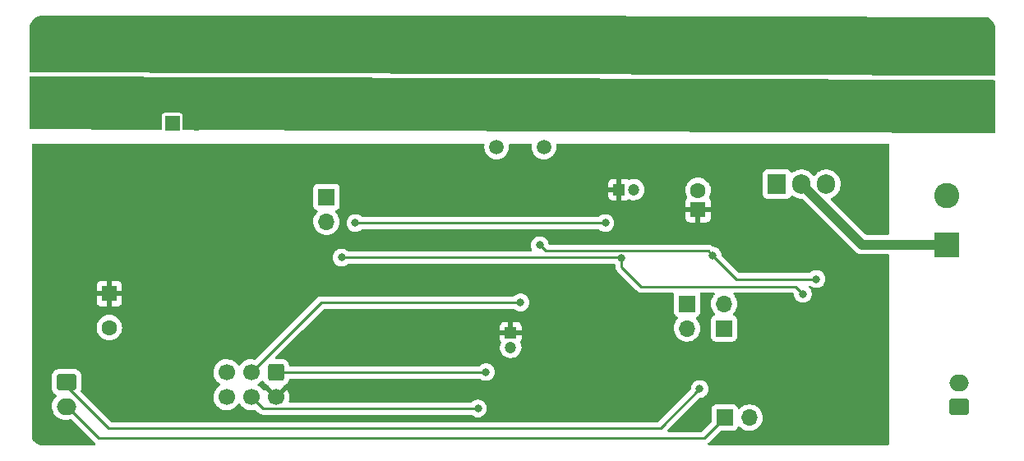
<source format=gbr>
%TF.GenerationSoftware,KiCad,Pcbnew,(6.0.11)*%
%TF.CreationDate,2023-02-12T20:14:36+01:00*%
%TF.ProjectId,DMX_PWM_LED_Driver,444d585f-5057-44d5-9f4c-45445f447269,rev?*%
%TF.SameCoordinates,Original*%
%TF.FileFunction,Copper,L2,Bot*%
%TF.FilePolarity,Positive*%
%FSLAX46Y46*%
G04 Gerber Fmt 4.6, Leading zero omitted, Abs format (unit mm)*
G04 Created by KiCad (PCBNEW (6.0.11)) date 2023-02-12 20:14:36*
%MOMM*%
%LPD*%
G01*
G04 APERTURE LIST*
G04 Aperture macros list*
%AMRoundRect*
0 Rectangle with rounded corners*
0 $1 Rounding radius*
0 $2 $3 $4 $5 $6 $7 $8 $9 X,Y pos of 4 corners*
0 Add a 4 corners polygon primitive as box body*
4,1,4,$2,$3,$4,$5,$6,$7,$8,$9,$2,$3,0*
0 Add four circle primitives for the rounded corners*
1,1,$1+$1,$2,$3*
1,1,$1+$1,$4,$5*
1,1,$1+$1,$6,$7*
1,1,$1+$1,$8,$9*
0 Add four rect primitives between the rounded corners*
20,1,$1+$1,$2,$3,$4,$5,0*
20,1,$1+$1,$4,$5,$6,$7,0*
20,1,$1+$1,$6,$7,$8,$9,0*
20,1,$1+$1,$8,$9,$2,$3,0*%
G04 Aperture macros list end*
%TA.AperFunction,ComponentPad*%
%ADD10R,1.700000X1.700000*%
%TD*%
%TA.AperFunction,ComponentPad*%
%ADD11O,1.700000X1.700000*%
%TD*%
%TA.AperFunction,ComponentPad*%
%ADD12RoundRect,0.250000X-0.750000X0.600000X-0.750000X-0.600000X0.750000X-0.600000X0.750000X0.600000X0*%
%TD*%
%TA.AperFunction,ComponentPad*%
%ADD13O,2.000000X1.700000*%
%TD*%
%TA.AperFunction,ComponentPad*%
%ADD14R,2.600000X2.600000*%
%TD*%
%TA.AperFunction,ComponentPad*%
%ADD15C,2.600000*%
%TD*%
%TA.AperFunction,ComponentPad*%
%ADD16RoundRect,0.250000X0.750000X-0.600000X0.750000X0.600000X-0.750000X0.600000X-0.750000X-0.600000X0*%
%TD*%
%TA.AperFunction,ComponentPad*%
%ADD17R,1.200000X1.200000*%
%TD*%
%TA.AperFunction,ComponentPad*%
%ADD18C,1.200000*%
%TD*%
%TA.AperFunction,ComponentPad*%
%ADD19RoundRect,0.250000X-0.600000X0.600000X-0.600000X-0.600000X0.600000X-0.600000X0.600000X0.600000X0*%
%TD*%
%TA.AperFunction,ComponentPad*%
%ADD20C,1.700000*%
%TD*%
%TA.AperFunction,ComponentPad*%
%ADD21R,1.600000X1.600000*%
%TD*%
%TA.AperFunction,ComponentPad*%
%ADD22C,1.600000*%
%TD*%
%TA.AperFunction,ComponentPad*%
%ADD23C,1.500000*%
%TD*%
%TA.AperFunction,ComponentPad*%
%ADD24R,1.905000X2.000000*%
%TD*%
%TA.AperFunction,ComponentPad*%
%ADD25O,1.905000X2.000000*%
%TD*%
%TA.AperFunction,ViaPad*%
%ADD26C,1.000000*%
%TD*%
%TA.AperFunction,ViaPad*%
%ADD27C,0.800000*%
%TD*%
%TA.AperFunction,Conductor*%
%ADD28C,0.250000*%
%TD*%
%TA.AperFunction,Conductor*%
%ADD29C,1.000000*%
%TD*%
G04 APERTURE END LIST*
D10*
%TO.P,JP3,1,1*%
%TO.N,RS485_A*%
X91900000Y-61650000D03*
D11*
%TO.P,JP3,2,2*%
%TO.N,Net-(JP3-Pad2)*%
X94440000Y-61650000D03*
%TD*%
D12*
%TO.P,J6,1,Pin_1*%
%TO.N,RS485_B*%
X24081000Y-58000000D03*
D13*
%TO.P,J6,2,Pin_2*%
%TO.N,RS485_A*%
X24081000Y-60500000D03*
%TD*%
D14*
%TO.P,J2,1,Pin_1*%
%TO.N,VCC*%
X25280000Y-24180000D03*
D15*
%TO.P,J2,2,Pin_2*%
%TO.N,GND*%
X25280000Y-29180000D03*
%TD*%
D14*
%TO.P,J3,1,Pin_1*%
%TO.N,GND*%
X114800000Y-29330000D03*
D15*
%TO.P,J3,2,Pin_2*%
%TO.N,VCC*%
X114800000Y-24330000D03*
%TD*%
D16*
%TO.P,J5,1,Pin_1*%
%TO.N,RS485_A*%
X116010000Y-60550000D03*
D13*
%TO.P,J5,2,Pin_2*%
%TO.N,RS485_B*%
X116010000Y-58050000D03*
%TD*%
D17*
%TO.P,C6,1*%
%TO.N,+5V*%
X81026000Y-38150800D03*
D18*
%TO.P,C6,2*%
%TO.N,GND*%
X82526000Y-38150800D03*
%TD*%
D17*
%TO.P,C7,1*%
%TO.N,+5V*%
X69850000Y-52900000D03*
D18*
%TO.P,C7,2*%
%TO.N,GND*%
X69850000Y-54400000D03*
%TD*%
D19*
%TO.P,J1,1,Pin_1*%
%TO.N,MISO*%
X45669000Y-56987500D03*
D20*
%TO.P,J1,2,Pin_2*%
%TO.N,+5V*%
X45669000Y-59527500D03*
%TO.P,J1,3,Pin_3*%
%TO.N,SCK*%
X43129000Y-56987500D03*
%TO.P,J1,4,Pin_4*%
%TO.N,MOSI*%
X43129000Y-59527500D03*
%TO.P,J1,5,Pin_5*%
%TO.N,RESET*%
X40589000Y-56987500D03*
%TO.P,J1,6,Pin_6*%
%TO.N,GND*%
X40589000Y-59527500D03*
%TD*%
D10*
%TO.P,JP2,1,1*%
%TO.N,Net-(D2-Pad1)*%
X50866000Y-38930000D03*
D11*
%TO.P,JP2,2,2*%
%TO.N,GND*%
X50866000Y-41470000D03*
%TD*%
D21*
%TO.P,C8,1*%
%TO.N,VCC*%
X34988500Y-31305500D03*
D22*
%TO.P,C8,2*%
%TO.N,GND*%
X37488500Y-31305500D03*
%TD*%
D21*
%TO.P,C12,1*%
%TO.N,+5V*%
X28498800Y-48869600D03*
D22*
%TO.P,C12,2*%
%TO.N,GND*%
X28498800Y-52369600D03*
%TD*%
D23*
%TO.P,Y1,1,1*%
%TO.N,Net-(C3-Pad1)*%
X73279000Y-33782000D03*
%TO.P,Y1,2,2*%
%TO.N,Net-(C4-Pad2)*%
X68399000Y-33782000D03*
%TD*%
D10*
%TO.P,JP4,1,1*%
%TO.N,Net-(JP4-Pad1)*%
X88011000Y-49911000D03*
D11*
%TO.P,JP4,2,2*%
%TO.N,RS485_DOUT*%
X88011000Y-52451000D03*
%TD*%
D10*
%TO.P,JP5,1,1*%
%TO.N,RS485_DIN*%
X91821000Y-52451000D03*
D11*
%TO.P,JP5,2,2*%
%TO.N,Net-(JP5-Pad2)*%
X91821000Y-49911000D03*
%TD*%
D14*
%TO.P,J4,1,Pin_1*%
%TO.N,Net-(J4-Pad1)*%
X114808000Y-43815000D03*
D15*
%TO.P,J4,2,Pin_2*%
%TO.N,VCC*%
X114808000Y-38815000D03*
%TD*%
D21*
%TO.P,C9,1*%
%TO.N,+5V*%
X89154000Y-40227000D03*
D22*
%TO.P,C9,2*%
%TO.N,GND*%
X89154000Y-38227000D03*
%TD*%
D24*
%TO.P,Q1,1,G*%
%TO.N,Net-(Q1-Pad1)*%
X97282000Y-37592000D03*
D25*
%TO.P,Q1,2,D*%
%TO.N,Net-(J4-Pad1)*%
X99822000Y-37592000D03*
%TO.P,Q1,3,S*%
%TO.N,GND*%
X102362000Y-37592000D03*
%TD*%
D26*
%TO.N,GND*%
X40640000Y-30480000D03*
X78740000Y-30480000D03*
X48260000Y-30480000D03*
X43180000Y-30480000D03*
X55880000Y-30480000D03*
X86360000Y-30480000D03*
X86360000Y-27940000D03*
X91440000Y-30480000D03*
X55880000Y-27940000D03*
X104140000Y-27940000D03*
X99060000Y-27940000D03*
X68580000Y-30480000D03*
X60960000Y-27940000D03*
X76200000Y-30480000D03*
X81280000Y-30480000D03*
X40640000Y-27940000D03*
X101600000Y-30480000D03*
X43180000Y-27940000D03*
X99060000Y-30480000D03*
X83820000Y-30480000D03*
X53340000Y-27940000D03*
X58420000Y-30480000D03*
X71120000Y-27940000D03*
X38100000Y-27940000D03*
X68580000Y-27940000D03*
X73660000Y-30480000D03*
X73660000Y-27940000D03*
X101600000Y-27940000D03*
X88900000Y-27940000D03*
X63500000Y-27940000D03*
X76200000Y-27940000D03*
X91440000Y-27940000D03*
X45720000Y-30480000D03*
X58420000Y-27940000D03*
X50800000Y-27940000D03*
X53340000Y-30480000D03*
X81280000Y-27940000D03*
X96520000Y-30480000D03*
X45720000Y-27940000D03*
X63500000Y-30480000D03*
X104140000Y-30480000D03*
X83820000Y-27940000D03*
X66040000Y-30480000D03*
X50800000Y-30480000D03*
X60960000Y-30480000D03*
X96520000Y-27940000D03*
X48260000Y-27940000D03*
X71120000Y-30480000D03*
X93980000Y-30480000D03*
X78740000Y-27940000D03*
X88900000Y-30480000D03*
X93980000Y-27940000D03*
X66040000Y-27940000D03*
D27*
%TO.N,LED_PWM*%
X101346000Y-47371000D03*
X72847200Y-43891200D03*
X90678000Y-44958000D03*
%TO.N,+5V*%
X103010000Y-54971000D03*
X75710000Y-43110000D03*
X73320000Y-48180000D03*
X82740500Y-53784500D03*
X89281000Y-57404000D03*
X74100000Y-43130000D03*
X66200000Y-38300000D03*
%TO.N,MOSI*%
X66484500Y-60706000D03*
%TO.N,SCK*%
X70866000Y-49784000D03*
%TO.N,MISO*%
X67310000Y-56959500D03*
%TO.N,RS485_B*%
X89317000Y-58710000D03*
%TO.N,RS485_ERROR*%
X79603600Y-41605200D03*
X53848000Y-41605200D03*
%TO.N,RESET*%
X52425600Y-45161200D03*
X99949000Y-48895000D03*
X81280000Y-45212000D03*
%TD*%
D28*
%TO.N,RS485_A*%
X24081000Y-60500000D02*
X24178000Y-60500000D01*
X24178000Y-60500000D02*
X27432000Y-63754000D01*
%TO.N,RS485_B*%
X24081000Y-58000000D02*
X24081000Y-58381000D01*
X24081000Y-58381000D02*
X28438000Y-62738000D01*
%TO.N,LED_PWM*%
X90207000Y-44487000D02*
X73443000Y-44487000D01*
X93091000Y-47371000D02*
X101346000Y-47371000D01*
X73443000Y-44487000D02*
X72847200Y-43891200D01*
X90678000Y-44958000D02*
X90207000Y-44487000D01*
X90678000Y-44958000D02*
X93091000Y-47371000D01*
%TO.N,MOSI*%
X43129000Y-59527500D02*
X44307500Y-60706000D01*
X44307500Y-60706000D02*
X66484500Y-60706000D01*
%TO.N,SCK*%
X50332500Y-49784000D02*
X70866000Y-49784000D01*
X43129000Y-56987500D02*
X50332500Y-49784000D01*
%TO.N,MISO*%
X45669000Y-56987500D02*
X67282000Y-56987500D01*
X67282000Y-56987500D02*
X67310000Y-56959500D01*
%TO.N,RS485_B*%
X28438000Y-62738000D02*
X85289000Y-62738000D01*
X85289000Y-62738000D02*
X89317000Y-58710000D01*
%TO.N,RS485_A*%
X27432000Y-63754000D02*
X89796000Y-63754000D01*
X89796000Y-63754000D02*
X91900000Y-61650000D01*
%TO.N,RS485_ERROR*%
X79603600Y-41605200D02*
X53848000Y-41605200D01*
%TO.N,RESET*%
X81280000Y-46101000D02*
X83312000Y-48133000D01*
X83312000Y-48133000D02*
X99187000Y-48133000D01*
X81280000Y-45212000D02*
X81280000Y-46101000D01*
X52425600Y-45161200D02*
X81229200Y-45161200D01*
X81229200Y-45161200D02*
X81280000Y-45212000D01*
X99187000Y-48133000D02*
X99949000Y-48895000D01*
D29*
%TO.N,Net-(J4-Pad1)*%
X99822000Y-37592000D02*
X106045000Y-43815000D01*
X106045000Y-43815000D02*
X114808000Y-43815000D01*
%TD*%
%TA.AperFunction,Conductor*%
%TO.N,GND*%
G36*
X114400447Y-26847202D02*
G01*
X119624004Y-26868096D01*
X119692044Y-26888370D01*
X119738322Y-26942212D01*
X119749500Y-26994095D01*
X119749500Y-32202093D01*
X119729498Y-32270214D01*
X119675842Y-32316707D01*
X119622996Y-32328092D01*
X36164496Y-31994258D01*
X36096456Y-31973984D01*
X36050178Y-31920142D01*
X36039000Y-31868259D01*
X36039000Y-30480826D01*
X36024466Y-30407760D01*
X35969101Y-30324899D01*
X35886240Y-30269534D01*
X35813174Y-30255000D01*
X34163826Y-30255000D01*
X34090760Y-30269534D01*
X34007899Y-30324899D01*
X33952534Y-30407760D01*
X33938000Y-30480826D01*
X33938000Y-31858847D01*
X33917998Y-31926968D01*
X33864342Y-31973461D01*
X33811496Y-31984846D01*
X33104303Y-31982017D01*
X20374822Y-31931099D01*
X20306782Y-31910825D01*
X20260504Y-31856983D01*
X20249327Y-31805089D01*
X20249924Y-26597091D01*
X20269934Y-26528972D01*
X20323595Y-26482485D01*
X20376428Y-26471106D01*
X114400447Y-26847202D01*
G37*
%TD.AperFunction*%
%TD*%
%TA.AperFunction,Conductor*%
%TO.N,VCC*%
G36*
X69510063Y-20250501D02*
G01*
X119058683Y-20436100D01*
X119124045Y-20454666D01*
X119195152Y-20498240D01*
X119211148Y-20509862D01*
X119354081Y-20631938D01*
X119368062Y-20645919D01*
X119490138Y-20788852D01*
X119501759Y-20804847D01*
X119599979Y-20965126D01*
X119608953Y-20982737D01*
X119658090Y-21101364D01*
X119680889Y-21156406D01*
X119686999Y-21175210D01*
X119730881Y-21357991D01*
X119733974Y-21377519D01*
X119746742Y-21539748D01*
X119746122Y-21550219D01*
X119747014Y-21550219D01*
X119747014Y-21562627D01*
X119744592Y-21574800D01*
X119747013Y-21586971D01*
X119747013Y-21586973D01*
X119747079Y-21587304D01*
X119749500Y-21611885D01*
X119749500Y-26282213D01*
X119729498Y-26350334D01*
X119675842Y-26396827D01*
X119623028Y-26408212D01*
X20375530Y-26036360D01*
X20307485Y-26016103D01*
X20261193Y-25962274D01*
X20250003Y-25910350D01*
X20250496Y-21611894D01*
X20252917Y-21587328D01*
X20252987Y-21586977D01*
X20252987Y-21586970D01*
X20255408Y-21574800D01*
X20252986Y-21562627D01*
X20252986Y-21550219D01*
X20253878Y-21550219D01*
X20253258Y-21539748D01*
X20266026Y-21377519D01*
X20269119Y-21357991D01*
X20313001Y-21175210D01*
X20319111Y-21156406D01*
X20341910Y-21101364D01*
X20391047Y-20982737D01*
X20400021Y-20965126D01*
X20498241Y-20804847D01*
X20509862Y-20788852D01*
X20631938Y-20645919D01*
X20645919Y-20631938D01*
X20788852Y-20509862D01*
X20804847Y-20498241D01*
X20965126Y-20400021D01*
X20982737Y-20391047D01*
X21156411Y-20319109D01*
X21175206Y-20313002D01*
X21357992Y-20269119D01*
X21377519Y-20266026D01*
X21539750Y-20253258D01*
X21550219Y-20253878D01*
X21550219Y-20252986D01*
X21562627Y-20252986D01*
X21574800Y-20255408D01*
X21586971Y-20252987D01*
X21586973Y-20252987D01*
X21587304Y-20252921D01*
X21611885Y-20250500D01*
X69509591Y-20250500D01*
X69510063Y-20250501D01*
G37*
%TD.AperFunction*%
%TD*%
%TA.AperFunction,Conductor*%
%TO.N,+5V*%
G36*
X108829642Y-33427217D02*
G01*
X108876136Y-33480872D01*
X108887523Y-33533499D01*
X108867017Y-42643173D01*
X108866932Y-42680784D01*
X108846776Y-42748859D01*
X108793016Y-42795231D01*
X108740932Y-42806500D01*
X106514925Y-42806500D01*
X106446804Y-42786498D01*
X106425830Y-42769595D01*
X104650845Y-40994610D01*
X102861988Y-39205754D01*
X102827962Y-39143442D01*
X102833027Y-39072627D01*
X102875574Y-39015791D01*
X102911938Y-38996894D01*
X102930101Y-38990958D01*
X102934687Y-38988571D01*
X102934691Y-38988569D01*
X103138607Y-38882416D01*
X103143200Y-38880025D01*
X103268700Y-38785797D01*
X103331185Y-38738882D01*
X103331188Y-38738880D01*
X103335320Y-38735777D01*
X103501301Y-38562088D01*
X103604595Y-38410665D01*
X103633774Y-38367891D01*
X103633775Y-38367890D01*
X103636686Y-38363622D01*
X103654637Y-38324951D01*
X103735658Y-38150405D01*
X103735659Y-38150401D01*
X103737837Y-38145710D01*
X103802040Y-37914202D01*
X103804378Y-37892325D01*
X103822644Y-37721407D01*
X103822644Y-37721399D01*
X103823000Y-37718072D01*
X103823000Y-37483598D01*
X103820111Y-37448449D01*
X103814384Y-37378803D01*
X103808322Y-37305063D01*
X103749794Y-37072056D01*
X103653997Y-36851737D01*
X103543426Y-36680821D01*
X103526310Y-36654363D01*
X103526308Y-36654360D01*
X103523502Y-36650023D01*
X103361814Y-36472330D01*
X103284983Y-36411653D01*
X103177330Y-36326633D01*
X103177325Y-36326630D01*
X103173276Y-36323432D01*
X103168760Y-36320939D01*
X103168757Y-36320937D01*
X102967474Y-36209823D01*
X102967470Y-36209821D01*
X102962950Y-36207326D01*
X102958081Y-36205602D01*
X102958077Y-36205600D01*
X102741360Y-36128856D01*
X102741356Y-36128855D01*
X102736485Y-36127130D01*
X102731392Y-36126223D01*
X102731389Y-36126222D01*
X102505052Y-36085905D01*
X102505046Y-36085904D01*
X102499963Y-36084999D01*
X102407474Y-36083869D01*
X102264907Y-36082127D01*
X102264905Y-36082127D01*
X102259737Y-36082064D01*
X102022256Y-36118404D01*
X101910003Y-36155094D01*
X101798817Y-36191434D01*
X101798811Y-36191437D01*
X101793899Y-36193042D01*
X101789313Y-36195429D01*
X101789309Y-36195431D01*
X101585393Y-36301584D01*
X101580800Y-36303975D01*
X101576657Y-36307085D01*
X101576658Y-36307085D01*
X101412514Y-36430328D01*
X101388680Y-36448223D01*
X101222699Y-36621912D01*
X101197465Y-36658903D01*
X101142556Y-36703904D01*
X101072032Y-36712075D01*
X101008284Y-36680821D01*
X100987589Y-36656340D01*
X100986311Y-36654365D01*
X100983502Y-36650023D01*
X100821814Y-36472330D01*
X100744983Y-36411653D01*
X100637330Y-36326633D01*
X100637325Y-36326630D01*
X100633276Y-36323432D01*
X100628760Y-36320939D01*
X100628757Y-36320937D01*
X100427474Y-36209823D01*
X100427470Y-36209821D01*
X100422950Y-36207326D01*
X100418081Y-36205602D01*
X100418077Y-36205600D01*
X100201360Y-36128856D01*
X100201356Y-36128855D01*
X100196485Y-36127130D01*
X100191392Y-36126223D01*
X100191389Y-36126222D01*
X99965052Y-36085905D01*
X99965046Y-36085904D01*
X99959963Y-36084999D01*
X99867474Y-36083869D01*
X99724907Y-36082127D01*
X99724905Y-36082127D01*
X99719737Y-36082064D01*
X99482256Y-36118404D01*
X99370003Y-36155094D01*
X99258817Y-36191434D01*
X99258811Y-36191437D01*
X99253899Y-36193042D01*
X99249313Y-36195429D01*
X99249309Y-36195431D01*
X99045393Y-36301584D01*
X99040800Y-36303975D01*
X98885717Y-36420415D01*
X98819235Y-36445320D01*
X98749839Y-36430328D01*
X98699565Y-36380198D01*
X98692085Y-36363885D01*
X98688269Y-36353707D01*
X98688267Y-36353703D01*
X98685115Y-36345295D01*
X98597761Y-36228739D01*
X98481205Y-36141385D01*
X98344816Y-36090255D01*
X98282634Y-36083500D01*
X96281366Y-36083500D01*
X96219184Y-36090255D01*
X96082795Y-36141385D01*
X95966239Y-36228739D01*
X95878885Y-36345295D01*
X95827755Y-36481684D01*
X95821000Y-36543866D01*
X95821000Y-38640134D01*
X95827755Y-38702316D01*
X95878885Y-38838705D01*
X95966239Y-38955261D01*
X96082795Y-39042615D01*
X96219184Y-39093745D01*
X96281366Y-39100500D01*
X98282634Y-39100500D01*
X98344816Y-39093745D01*
X98481205Y-39042615D01*
X98597761Y-38955261D01*
X98685115Y-38838705D01*
X98692573Y-38818811D01*
X98735213Y-38762047D01*
X98801774Y-38737346D01*
X98871123Y-38752553D01*
X98888647Y-38764158D01*
X99006670Y-38857367D01*
X99006675Y-38857370D01*
X99010724Y-38860568D01*
X99015240Y-38863061D01*
X99015243Y-38863063D01*
X99216526Y-38974177D01*
X99216530Y-38974179D01*
X99221050Y-38976674D01*
X99225919Y-38978398D01*
X99225923Y-38978400D01*
X99442640Y-39055144D01*
X99442644Y-39055145D01*
X99447515Y-39056870D01*
X99452608Y-39057777D01*
X99452611Y-39057778D01*
X99678948Y-39098095D01*
X99678954Y-39098096D01*
X99684037Y-39099001D01*
X99854187Y-39101080D01*
X99922056Y-39121912D01*
X99941741Y-39137975D01*
X105288145Y-44484379D01*
X105297247Y-44494522D01*
X105320968Y-44524025D01*
X105325696Y-44527992D01*
X105359421Y-44556291D01*
X105363069Y-44559472D01*
X105364881Y-44561115D01*
X105367075Y-44563309D01*
X105400349Y-44590642D01*
X105401147Y-44591304D01*
X105472474Y-44651154D01*
X105477144Y-44653722D01*
X105481261Y-44657103D01*
X105539145Y-44688140D01*
X105563086Y-44700977D01*
X105564245Y-44701606D01*
X105640381Y-44743462D01*
X105640389Y-44743465D01*
X105645787Y-44746433D01*
X105650869Y-44748045D01*
X105655563Y-44750562D01*
X105744531Y-44777762D01*
X105745559Y-44778082D01*
X105834306Y-44806235D01*
X105839602Y-44806829D01*
X105844698Y-44808387D01*
X105937257Y-44817790D01*
X105938393Y-44817911D01*
X105972008Y-44821681D01*
X105984730Y-44823108D01*
X105984734Y-44823108D01*
X105988227Y-44823500D01*
X105991754Y-44823500D01*
X105992739Y-44823555D01*
X105998419Y-44824002D01*
X106027825Y-44826989D01*
X106035337Y-44827752D01*
X106035339Y-44827752D01*
X106041462Y-44828374D01*
X106087108Y-44824059D01*
X106098967Y-44823500D01*
X108735824Y-44823500D01*
X108803945Y-44843502D01*
X108850438Y-44897158D01*
X108861824Y-44949784D01*
X108818118Y-64365784D01*
X108797962Y-64433859D01*
X108744202Y-64480231D01*
X108692118Y-64491500D01*
X90253429Y-64491500D01*
X90185308Y-64471498D01*
X90138815Y-64417842D01*
X90128711Y-64347568D01*
X90158205Y-64282988D01*
X90176201Y-64265942D01*
X90180538Y-64262578D01*
X90187362Y-64258542D01*
X90201683Y-64244221D01*
X90216717Y-64231380D01*
X90226694Y-64224131D01*
X90233107Y-64219472D01*
X90261298Y-64185395D01*
X90269288Y-64176616D01*
X91400499Y-63045405D01*
X91462811Y-63011379D01*
X91489594Y-63008500D01*
X92798134Y-63008500D01*
X92860316Y-63001745D01*
X92996705Y-62950615D01*
X93113261Y-62863261D01*
X93200615Y-62746705D01*
X93222799Y-62687529D01*
X93244598Y-62629382D01*
X93287240Y-62572618D01*
X93353802Y-62547918D01*
X93423150Y-62563126D01*
X93457817Y-62591114D01*
X93486250Y-62623938D01*
X93658126Y-62766632D01*
X93851000Y-62879338D01*
X94059692Y-62959030D01*
X94064760Y-62960061D01*
X94064763Y-62960062D01*
X94145893Y-62976568D01*
X94278597Y-63003567D01*
X94283772Y-63003757D01*
X94283774Y-63003757D01*
X94496673Y-63011564D01*
X94496677Y-63011564D01*
X94501837Y-63011753D01*
X94506957Y-63011097D01*
X94506959Y-63011097D01*
X94718288Y-62984025D01*
X94718289Y-62984025D01*
X94723416Y-62983368D01*
X94728366Y-62981883D01*
X94932429Y-62920661D01*
X94932434Y-62920659D01*
X94937384Y-62919174D01*
X95137994Y-62820896D01*
X95319860Y-62691173D01*
X95478096Y-62533489D01*
X95608453Y-62352077D01*
X95707430Y-62151811D01*
X95772370Y-61938069D01*
X95801529Y-61716590D01*
X95803156Y-61650000D01*
X95784852Y-61427361D01*
X95730431Y-61210702D01*
X95641354Y-61005840D01*
X95570249Y-60895928D01*
X95522822Y-60822617D01*
X95522820Y-60822614D01*
X95520014Y-60818277D01*
X95369670Y-60653051D01*
X95365619Y-60649852D01*
X95365615Y-60649848D01*
X95198414Y-60517800D01*
X95198410Y-60517798D01*
X95194359Y-60514598D01*
X94998789Y-60406638D01*
X94993920Y-60404914D01*
X94993916Y-60404912D01*
X94793087Y-60333795D01*
X94793083Y-60333794D01*
X94788212Y-60332069D01*
X94783119Y-60331162D01*
X94783116Y-60331161D01*
X94573373Y-60293800D01*
X94573367Y-60293799D01*
X94568284Y-60292894D01*
X94494452Y-60291992D01*
X94350081Y-60290228D01*
X94350079Y-60290228D01*
X94344911Y-60290165D01*
X94124091Y-60323955D01*
X93911756Y-60393357D01*
X93713607Y-60496507D01*
X93709474Y-60499610D01*
X93709471Y-60499612D01*
X93539100Y-60627530D01*
X93534965Y-60630635D01*
X93462945Y-60706000D01*
X93454283Y-60715064D01*
X93392759Y-60750494D01*
X93321846Y-60747037D01*
X93264060Y-60705791D01*
X93245207Y-60672243D01*
X93203767Y-60561703D01*
X93200615Y-60553295D01*
X93113261Y-60436739D01*
X92996705Y-60349385D01*
X92860316Y-60298255D01*
X92798134Y-60291500D01*
X91001866Y-60291500D01*
X90939684Y-60298255D01*
X90803295Y-60349385D01*
X90686739Y-60436739D01*
X90599385Y-60553295D01*
X90548255Y-60689684D01*
X90541500Y-60751866D01*
X90541500Y-62060405D01*
X90521498Y-62128526D01*
X90504595Y-62149500D01*
X89570500Y-63083595D01*
X89508188Y-63117621D01*
X89481405Y-63120500D01*
X86106594Y-63120500D01*
X86038473Y-63100498D01*
X85991980Y-63046842D01*
X85981876Y-62976568D01*
X86011370Y-62911988D01*
X86017499Y-62905405D01*
X89267499Y-59655405D01*
X89329811Y-59621379D01*
X89356594Y-59618500D01*
X89412487Y-59618500D01*
X89418939Y-59617128D01*
X89418944Y-59617128D01*
X89511815Y-59597387D01*
X89599288Y-59578794D01*
X89605319Y-59576109D01*
X89767722Y-59503803D01*
X89767724Y-59503802D01*
X89773752Y-59501118D01*
X89806882Y-59477048D01*
X89829157Y-59460864D01*
X89928253Y-59388866D01*
X89999171Y-59310104D01*
X90051621Y-59251852D01*
X90051622Y-59251851D01*
X90056040Y-59246944D01*
X90151527Y-59081556D01*
X90210542Y-58899928D01*
X90212286Y-58883340D01*
X90229814Y-58716565D01*
X90230504Y-58710000D01*
X90225869Y-58665901D01*
X90211232Y-58526635D01*
X90211232Y-58526633D01*
X90210542Y-58520072D01*
X90151527Y-58338444D01*
X90140223Y-58318864D01*
X90100129Y-58249421D01*
X90056040Y-58173056D01*
X90032558Y-58146976D01*
X89932675Y-58036045D01*
X89932674Y-58036044D01*
X89928253Y-58031134D01*
X89773752Y-57918882D01*
X89767724Y-57916198D01*
X89767722Y-57916197D01*
X89605319Y-57843891D01*
X89605318Y-57843891D01*
X89599288Y-57841206D01*
X89505888Y-57821353D01*
X89418944Y-57802872D01*
X89418939Y-57802872D01*
X89412487Y-57801500D01*
X89221513Y-57801500D01*
X89215061Y-57802872D01*
X89215056Y-57802872D01*
X89128112Y-57821353D01*
X89034712Y-57841206D01*
X89028682Y-57843891D01*
X89028681Y-57843891D01*
X88866278Y-57916197D01*
X88866276Y-57916198D01*
X88860248Y-57918882D01*
X88705747Y-58031134D01*
X88701326Y-58036044D01*
X88701325Y-58036045D01*
X88601443Y-58146976D01*
X88577960Y-58173056D01*
X88533871Y-58249421D01*
X88493778Y-58318864D01*
X88482473Y-58338444D01*
X88423458Y-58520072D01*
X88422768Y-58526633D01*
X88422768Y-58526635D01*
X88406093Y-58685292D01*
X88379080Y-58750949D01*
X88369878Y-58761217D01*
X85063500Y-62067595D01*
X85001188Y-62101621D01*
X84974405Y-62104500D01*
X28752595Y-62104500D01*
X28684474Y-62084498D01*
X28663500Y-62067595D01*
X26090100Y-59494195D01*
X39226251Y-59494195D01*
X39239110Y-59717215D01*
X39240247Y-59722261D01*
X39240248Y-59722267D01*
X39261275Y-59815569D01*
X39288222Y-59935139D01*
X39372266Y-60142116D01*
X39412166Y-60207227D01*
X39486291Y-60328188D01*
X39488987Y-60332588D01*
X39635250Y-60501438D01*
X39807126Y-60644132D01*
X40000000Y-60756838D01*
X40208692Y-60836530D01*
X40213760Y-60837561D01*
X40213763Y-60837562D01*
X40321012Y-60859382D01*
X40427597Y-60881067D01*
X40432772Y-60881257D01*
X40432774Y-60881257D01*
X40645673Y-60889064D01*
X40645677Y-60889064D01*
X40650837Y-60889253D01*
X40655957Y-60888597D01*
X40655959Y-60888597D01*
X40867288Y-60861525D01*
X40867289Y-60861525D01*
X40872416Y-60860868D01*
X40918827Y-60846944D01*
X41081429Y-60798161D01*
X41081434Y-60798159D01*
X41086384Y-60796674D01*
X41286994Y-60698396D01*
X41468860Y-60568673D01*
X41475855Y-60561703D01*
X41594051Y-60443919D01*
X41627096Y-60410989D01*
X41630223Y-60406638D01*
X41757453Y-60229577D01*
X41758776Y-60230528D01*
X41805645Y-60187357D01*
X41875580Y-60175125D01*
X41941026Y-60202644D01*
X41968875Y-60234494D01*
X42028987Y-60332588D01*
X42175250Y-60501438D01*
X42347126Y-60644132D01*
X42540000Y-60756838D01*
X42748692Y-60836530D01*
X42753760Y-60837561D01*
X42753763Y-60837562D01*
X42861012Y-60859382D01*
X42967597Y-60881067D01*
X42972772Y-60881257D01*
X42972774Y-60881257D01*
X43185673Y-60889064D01*
X43185677Y-60889064D01*
X43190837Y-60889253D01*
X43195957Y-60888597D01*
X43195959Y-60888597D01*
X43407288Y-60861525D01*
X43407289Y-60861525D01*
X43412416Y-60860868D01*
X43417367Y-60859383D01*
X43417370Y-60859382D01*
X43458829Y-60846944D01*
X43529825Y-60846528D01*
X43584131Y-60878535D01*
X43803843Y-61098247D01*
X43811387Y-61106537D01*
X43815500Y-61113018D01*
X43821277Y-61118443D01*
X43865167Y-61159658D01*
X43868009Y-61162413D01*
X43887731Y-61182135D01*
X43890855Y-61184558D01*
X43890859Y-61184562D01*
X43890924Y-61184612D01*
X43899945Y-61192317D01*
X43932179Y-61222586D01*
X43939127Y-61226405D01*
X43939129Y-61226407D01*
X43949932Y-61232346D01*
X43966459Y-61243202D01*
X43976198Y-61250757D01*
X43976200Y-61250758D01*
X43982460Y-61255614D01*
X44023040Y-61273174D01*
X44033688Y-61278391D01*
X44072440Y-61299695D01*
X44080116Y-61301666D01*
X44080119Y-61301667D01*
X44092062Y-61304733D01*
X44110767Y-61311137D01*
X44129355Y-61319181D01*
X44137178Y-61320420D01*
X44137188Y-61320423D01*
X44173024Y-61326099D01*
X44184644Y-61328505D01*
X44219789Y-61337528D01*
X44227470Y-61339500D01*
X44247724Y-61339500D01*
X44267434Y-61341051D01*
X44287443Y-61344220D01*
X44295335Y-61343474D01*
X44331461Y-61340059D01*
X44343319Y-61339500D01*
X65776300Y-61339500D01*
X65844421Y-61359502D01*
X65863647Y-61375843D01*
X65863920Y-61375540D01*
X65868832Y-61379963D01*
X65873247Y-61384866D01*
X65894829Y-61400546D01*
X66000671Y-61477445D01*
X66027748Y-61497118D01*
X66033776Y-61499802D01*
X66033778Y-61499803D01*
X66196181Y-61572109D01*
X66202212Y-61574794D01*
X66295613Y-61594647D01*
X66382556Y-61613128D01*
X66382561Y-61613128D01*
X66389013Y-61614500D01*
X66579987Y-61614500D01*
X66586439Y-61613128D01*
X66586444Y-61613128D01*
X66673387Y-61594647D01*
X66766788Y-61574794D01*
X66772819Y-61572109D01*
X66935222Y-61499803D01*
X66935224Y-61499802D01*
X66941252Y-61497118D01*
X66968330Y-61477445D01*
X67044172Y-61422342D01*
X67095753Y-61384866D01*
X67132351Y-61344220D01*
X67219121Y-61247852D01*
X67219122Y-61247851D01*
X67223540Y-61242944D01*
X67299843Y-61110783D01*
X67315723Y-61083279D01*
X67315724Y-61083278D01*
X67319027Y-61077556D01*
X67378042Y-60895928D01*
X67378764Y-60889064D01*
X67397314Y-60712565D01*
X67398004Y-60706000D01*
X67396289Y-60689684D01*
X67378732Y-60522635D01*
X67378732Y-60522633D01*
X67378042Y-60516072D01*
X67319027Y-60334444D01*
X67293463Y-60290165D01*
X67226841Y-60174774D01*
X67223540Y-60169056D01*
X67095753Y-60027134D01*
X66941252Y-59914882D01*
X66935224Y-59912198D01*
X66935222Y-59912197D01*
X66772819Y-59839891D01*
X66772818Y-59839891D01*
X66766788Y-59837206D01*
X66673387Y-59817353D01*
X66586444Y-59798872D01*
X66586439Y-59798872D01*
X66579987Y-59797500D01*
X66389013Y-59797500D01*
X66382561Y-59798872D01*
X66382556Y-59798872D01*
X66295613Y-59817353D01*
X66202212Y-59837206D01*
X66196182Y-59839891D01*
X66196181Y-59839891D01*
X66033778Y-59912197D01*
X66033776Y-59912198D01*
X66027748Y-59914882D01*
X65873247Y-60027134D01*
X65868832Y-60032037D01*
X65863920Y-60036460D01*
X65862795Y-60035211D01*
X65809486Y-60068051D01*
X65776300Y-60072500D01*
X47092755Y-60072500D01*
X47024634Y-60052498D01*
X46978141Y-59998842D01*
X46968037Y-59928568D01*
X46972196Y-59909872D01*
X46999377Y-59820407D01*
X47001555Y-59810334D01*
X47029590Y-59597387D01*
X47030109Y-59590712D01*
X47031572Y-59530864D01*
X47031378Y-59524146D01*
X47013781Y-59310104D01*
X47012096Y-59299924D01*
X46960214Y-59093375D01*
X46956894Y-59083624D01*
X46871972Y-58888314D01*
X46867105Y-58879239D01*
X46802063Y-58778697D01*
X46791377Y-58769495D01*
X46781812Y-58773898D01*
X45758095Y-59797615D01*
X45695783Y-59831641D01*
X45624968Y-59826576D01*
X45579905Y-59797615D01*
X44558849Y-58776559D01*
X44547313Y-58770259D01*
X44535031Y-58779882D01*
X44502499Y-58827572D01*
X44447587Y-58872575D01*
X44377063Y-58880746D01*
X44313316Y-58849492D01*
X44292618Y-58825008D01*
X44211822Y-58700117D01*
X44211820Y-58700114D01*
X44209014Y-58695777D01*
X44058670Y-58530551D01*
X44054619Y-58527352D01*
X44054615Y-58527348D01*
X43887414Y-58395300D01*
X43887410Y-58395298D01*
X43883359Y-58392098D01*
X43842053Y-58369296D01*
X43792084Y-58318864D01*
X43777312Y-58249421D01*
X43802428Y-58183016D01*
X43829780Y-58156409D01*
X43873603Y-58125150D01*
X44008860Y-58028673D01*
X44167096Y-57870989D01*
X44167671Y-57871566D01*
X44223391Y-57835062D01*
X44294385Y-57834439D01*
X44354446Y-57872296D01*
X44374051Y-57902191D01*
X44375133Y-57904500D01*
X44377450Y-57911446D01*
X44470522Y-58061848D01*
X44595697Y-58186805D01*
X44601927Y-58190645D01*
X44601928Y-58190646D01*
X44739090Y-58275194D01*
X44746262Y-58279615D01*
X44759899Y-58284138D01*
X44821219Y-58304477D01*
X44879579Y-58344907D01*
X44890299Y-58370711D01*
X44891650Y-58369972D01*
X44916968Y-58416258D01*
X45656188Y-59155478D01*
X45670132Y-59163092D01*
X45671965Y-59162961D01*
X45678580Y-59158710D01*
X46422389Y-58414901D01*
X46445183Y-58373159D01*
X46447357Y-58363166D01*
X46497561Y-58312966D01*
X46518066Y-58304032D01*
X46577695Y-58284138D01*
X46592946Y-58279050D01*
X46743348Y-58185978D01*
X46756248Y-58173056D01*
X46863134Y-58065983D01*
X46868305Y-58060803D01*
X46890357Y-58025029D01*
X46957275Y-57916468D01*
X46957276Y-57916466D01*
X46961115Y-57910238D01*
X47013168Y-57753303D01*
X47014632Y-57748889D01*
X47014632Y-57748887D01*
X47016797Y-57742361D01*
X47017498Y-57735520D01*
X47017499Y-57735515D01*
X47017639Y-57734151D01*
X47017960Y-57733364D01*
X47018941Y-57728790D01*
X47019757Y-57728965D01*
X47044483Y-57668425D01*
X47102600Y-57627646D01*
X47142982Y-57621000D01*
X66633905Y-57621000D01*
X66702026Y-57641002D01*
X66707966Y-57645064D01*
X66832461Y-57735515D01*
X66853248Y-57750618D01*
X66859276Y-57753302D01*
X66859278Y-57753303D01*
X66967531Y-57801500D01*
X67027712Y-57828294D01*
X67101090Y-57843891D01*
X67208056Y-57866628D01*
X67208061Y-57866628D01*
X67214513Y-57868000D01*
X67405487Y-57868000D01*
X67411939Y-57866628D01*
X67411944Y-57866628D01*
X67518910Y-57843891D01*
X67592288Y-57828294D01*
X67652469Y-57801500D01*
X67760722Y-57753303D01*
X67760724Y-57753302D01*
X67766752Y-57750618D01*
X67787540Y-57735515D01*
X67850767Y-57689577D01*
X67921253Y-57638366D01*
X67930905Y-57627646D01*
X68044621Y-57501352D01*
X68044622Y-57501351D01*
X68049040Y-57496444D01*
X68144527Y-57331056D01*
X68203542Y-57149428D01*
X68223504Y-56959500D01*
X68220056Y-56926697D01*
X68204232Y-56776135D01*
X68204232Y-56776133D01*
X68203542Y-56769572D01*
X68144527Y-56587944D01*
X68049040Y-56422556D01*
X67921253Y-56280634D01*
X67766752Y-56168382D01*
X67760724Y-56165698D01*
X67760722Y-56165697D01*
X67598319Y-56093391D01*
X67598318Y-56093391D01*
X67592288Y-56090706D01*
X67464549Y-56063554D01*
X67411944Y-56052372D01*
X67411939Y-56052372D01*
X67405487Y-56051000D01*
X67214513Y-56051000D01*
X67208061Y-56052372D01*
X67208056Y-56052372D01*
X67155451Y-56063554D01*
X67027712Y-56090706D01*
X67021682Y-56093391D01*
X67021681Y-56093391D01*
X66859278Y-56165697D01*
X66859276Y-56165698D01*
X66853248Y-56168382D01*
X66698747Y-56280634D01*
X66670224Y-56312312D01*
X66609781Y-56349550D01*
X66576590Y-56354000D01*
X47142856Y-56354000D01*
X47074735Y-56333998D01*
X47028242Y-56280342D01*
X47017529Y-56241004D01*
X47016526Y-56231334D01*
X46995524Y-56168382D01*
X46962868Y-56070502D01*
X46960550Y-56063554D01*
X46867478Y-55913152D01*
X46742303Y-55788195D01*
X46668030Y-55742412D01*
X46597968Y-55699225D01*
X46597966Y-55699224D01*
X46591738Y-55695385D01*
X46487084Y-55660673D01*
X46430389Y-55641868D01*
X46430387Y-55641868D01*
X46423861Y-55639703D01*
X46417025Y-55639003D01*
X46417022Y-55639002D01*
X46370640Y-55634250D01*
X46319400Y-55629000D01*
X45687594Y-55629000D01*
X45619473Y-55608998D01*
X45572980Y-55555342D01*
X45562876Y-55485068D01*
X45592370Y-55420488D01*
X45598499Y-55413905D01*
X46641545Y-54370859D01*
X68737132Y-54370859D01*
X68750457Y-54574151D01*
X68800605Y-54771610D01*
X68885898Y-54956624D01*
X69003479Y-55122997D01*
X69149410Y-55265157D01*
X69154206Y-55268362D01*
X69154209Y-55268364D01*
X69222149Y-55313760D01*
X69318803Y-55378342D01*
X69324106Y-55380620D01*
X69324109Y-55380622D01*
X69500680Y-55456483D01*
X69505987Y-55458763D01*
X69578817Y-55475243D01*
X69699055Y-55502450D01*
X69699060Y-55502451D01*
X69704692Y-55503725D01*
X69710463Y-55503952D01*
X69710465Y-55503952D01*
X69773470Y-55506427D01*
X69908263Y-55511723D01*
X70109883Y-55482490D01*
X70115347Y-55480635D01*
X70115352Y-55480634D01*
X70297327Y-55418862D01*
X70297332Y-55418860D01*
X70302799Y-55417004D01*
X70480551Y-55317458D01*
X70637186Y-55187186D01*
X70767458Y-55030551D01*
X70867004Y-54852799D01*
X70868860Y-54847332D01*
X70868862Y-54847327D01*
X70930634Y-54665352D01*
X70930635Y-54665347D01*
X70932490Y-54659883D01*
X70961723Y-54458263D01*
X70963249Y-54400000D01*
X70944608Y-54197126D01*
X70889307Y-54001047D01*
X70878680Y-53979496D01*
X70852114Y-53925627D01*
X70839924Y-53855685D01*
X70864294Y-53794334D01*
X70894786Y-53753649D01*
X70903324Y-53738054D01*
X70948478Y-53617606D01*
X70952105Y-53602351D01*
X70957631Y-53551486D01*
X70958000Y-53544672D01*
X70958000Y-53172115D01*
X70953525Y-53156876D01*
X70952135Y-53155671D01*
X70944452Y-53154000D01*
X68760116Y-53154000D01*
X68744877Y-53158475D01*
X68743672Y-53159865D01*
X68742001Y-53167548D01*
X68742001Y-53544669D01*
X68742371Y-53551490D01*
X68747895Y-53602352D01*
X68751521Y-53617604D01*
X68796678Y-53738059D01*
X68805211Y-53753647D01*
X68835116Y-53793548D01*
X68859964Y-53860054D01*
X68845798Y-53927779D01*
X68821492Y-53973978D01*
X68761078Y-54168543D01*
X68737132Y-54370859D01*
X46641545Y-54370859D01*
X48384519Y-52627885D01*
X68742000Y-52627885D01*
X68746475Y-52643124D01*
X68747865Y-52644329D01*
X68755548Y-52646000D01*
X69577885Y-52646000D01*
X69593124Y-52641525D01*
X69594329Y-52640135D01*
X69596000Y-52632452D01*
X69596000Y-52627885D01*
X70104000Y-52627885D01*
X70108475Y-52643124D01*
X70109865Y-52644329D01*
X70117548Y-52646000D01*
X70939884Y-52646000D01*
X70955123Y-52641525D01*
X70956328Y-52640135D01*
X70957999Y-52632452D01*
X70957999Y-52255331D01*
X70957629Y-52248510D01*
X70952105Y-52197648D01*
X70948479Y-52182396D01*
X70903324Y-52061946D01*
X70894786Y-52046351D01*
X70818285Y-51944276D01*
X70805724Y-51931715D01*
X70703649Y-51855214D01*
X70688054Y-51846676D01*
X70567606Y-51801522D01*
X70552351Y-51797895D01*
X70501486Y-51792369D01*
X70494672Y-51792000D01*
X70122115Y-51792000D01*
X70106876Y-51796475D01*
X70105671Y-51797865D01*
X70104000Y-51805548D01*
X70104000Y-52627885D01*
X69596000Y-52627885D01*
X69596000Y-51810116D01*
X69591525Y-51794877D01*
X69590135Y-51793672D01*
X69582452Y-51792001D01*
X69205331Y-51792001D01*
X69198510Y-51792371D01*
X69147648Y-51797895D01*
X69132396Y-51801521D01*
X69011946Y-51846676D01*
X68996351Y-51855214D01*
X68894276Y-51931715D01*
X68881715Y-51944276D01*
X68805214Y-52046351D01*
X68796676Y-52061946D01*
X68751522Y-52182394D01*
X68747895Y-52197649D01*
X68742369Y-52248514D01*
X68742000Y-52255328D01*
X68742000Y-52627885D01*
X48384519Y-52627885D01*
X50557999Y-50454405D01*
X50620311Y-50420379D01*
X50647094Y-50417500D01*
X70157800Y-50417500D01*
X70225921Y-50437502D01*
X70245147Y-50453843D01*
X70245420Y-50453540D01*
X70250332Y-50457963D01*
X70254747Y-50462866D01*
X70276329Y-50478546D01*
X70341115Y-50525616D01*
X70409248Y-50575118D01*
X70415276Y-50577802D01*
X70415278Y-50577803D01*
X70503939Y-50617277D01*
X70583712Y-50652794D01*
X70677113Y-50672647D01*
X70764056Y-50691128D01*
X70764061Y-50691128D01*
X70770513Y-50692500D01*
X70961487Y-50692500D01*
X70967939Y-50691128D01*
X70967944Y-50691128D01*
X71054888Y-50672647D01*
X71148288Y-50652794D01*
X71228061Y-50617277D01*
X71316722Y-50577803D01*
X71316724Y-50577802D01*
X71322752Y-50575118D01*
X71477253Y-50462866D01*
X71500091Y-50437502D01*
X71600621Y-50325852D01*
X71600622Y-50325851D01*
X71605040Y-50320944D01*
X71687800Y-50177600D01*
X71697223Y-50161279D01*
X71697224Y-50161278D01*
X71700527Y-50155556D01*
X71759542Y-49973928D01*
X71766509Y-49907646D01*
X71778814Y-49790565D01*
X71779504Y-49784000D01*
X71778238Y-49771951D01*
X71760232Y-49600635D01*
X71760232Y-49600633D01*
X71759542Y-49594072D01*
X71700527Y-49412444D01*
X71605040Y-49247056D01*
X71588882Y-49229110D01*
X71481675Y-49110045D01*
X71481674Y-49110044D01*
X71477253Y-49105134D01*
X71322752Y-48992882D01*
X71316724Y-48990198D01*
X71316722Y-48990197D01*
X71154319Y-48917891D01*
X71154318Y-48917891D01*
X71148288Y-48915206D01*
X71037396Y-48891635D01*
X70967944Y-48876872D01*
X70967939Y-48876872D01*
X70961487Y-48875500D01*
X70770513Y-48875500D01*
X70764061Y-48876872D01*
X70764056Y-48876872D01*
X70694604Y-48891635D01*
X70583712Y-48915206D01*
X70577682Y-48917891D01*
X70577681Y-48917891D01*
X70415278Y-48990197D01*
X70415276Y-48990198D01*
X70409248Y-48992882D01*
X70403907Y-48996762D01*
X70403906Y-48996763D01*
X70326313Y-49053138D01*
X70254747Y-49105134D01*
X70250332Y-49110037D01*
X70245420Y-49114460D01*
X70244295Y-49113211D01*
X70190986Y-49146051D01*
X70157800Y-49150500D01*
X50411263Y-49150500D01*
X50400079Y-49149973D01*
X50392591Y-49148299D01*
X50384668Y-49148548D01*
X50324533Y-49150438D01*
X50320575Y-49150500D01*
X50292644Y-49150500D01*
X50288729Y-49150995D01*
X50288725Y-49150995D01*
X50288667Y-49151003D01*
X50288638Y-49151006D01*
X50276796Y-49151939D01*
X50232610Y-49153327D01*
X50215244Y-49158372D01*
X50213158Y-49158978D01*
X50193806Y-49162986D01*
X50181568Y-49164532D01*
X50181566Y-49164533D01*
X50173703Y-49165526D01*
X50132586Y-49181806D01*
X50121385Y-49185641D01*
X50078906Y-49197982D01*
X50072087Y-49202015D01*
X50072082Y-49202017D01*
X50061471Y-49208293D01*
X50043721Y-49216990D01*
X50024883Y-49224448D01*
X50018467Y-49229109D01*
X50018466Y-49229110D01*
X49989125Y-49250428D01*
X49979201Y-49256947D01*
X49947960Y-49275422D01*
X49947955Y-49275426D01*
X49941137Y-49279458D01*
X49926813Y-49293782D01*
X49911781Y-49306621D01*
X49895393Y-49318528D01*
X49867212Y-49352593D01*
X49859222Y-49361373D01*
X43586345Y-55634250D01*
X43524033Y-55668276D01*
X43475154Y-55669202D01*
X43262373Y-55631300D01*
X43262367Y-55631299D01*
X43257284Y-55630394D01*
X43183452Y-55629492D01*
X43039081Y-55627728D01*
X43039079Y-55627728D01*
X43033911Y-55627665D01*
X42813091Y-55661455D01*
X42600756Y-55730857D01*
X42570443Y-55746637D01*
X42480678Y-55793366D01*
X42402607Y-55834007D01*
X42398474Y-55837110D01*
X42398471Y-55837112D01*
X42228100Y-55965030D01*
X42223965Y-55968135D01*
X42069629Y-56129638D01*
X41962201Y-56287121D01*
X41907293Y-56332121D01*
X41836768Y-56340292D01*
X41773021Y-56309038D01*
X41752324Y-56284554D01*
X41671822Y-56160117D01*
X41671820Y-56160114D01*
X41669014Y-56155777D01*
X41518670Y-55990551D01*
X41514619Y-55987352D01*
X41514615Y-55987348D01*
X41347414Y-55855300D01*
X41347410Y-55855298D01*
X41343359Y-55852098D01*
X41147789Y-55744138D01*
X41142920Y-55742414D01*
X41142916Y-55742412D01*
X40942087Y-55671295D01*
X40942083Y-55671294D01*
X40937212Y-55669569D01*
X40932119Y-55668662D01*
X40932116Y-55668661D01*
X40722373Y-55631300D01*
X40722367Y-55631299D01*
X40717284Y-55630394D01*
X40643452Y-55629492D01*
X40499081Y-55627728D01*
X40499079Y-55627728D01*
X40493911Y-55627665D01*
X40273091Y-55661455D01*
X40060756Y-55730857D01*
X40030443Y-55746637D01*
X39940678Y-55793366D01*
X39862607Y-55834007D01*
X39858474Y-55837110D01*
X39858471Y-55837112D01*
X39688100Y-55965030D01*
X39683965Y-55968135D01*
X39529629Y-56129638D01*
X39403743Y-56314180D01*
X39309688Y-56516805D01*
X39249989Y-56732070D01*
X39226251Y-56954195D01*
X39226548Y-56959348D01*
X39226548Y-56959351D01*
X39233277Y-57076054D01*
X39239110Y-57177215D01*
X39240247Y-57182261D01*
X39240248Y-57182267D01*
X39255669Y-57250692D01*
X39288222Y-57395139D01*
X39372266Y-57602116D01*
X39412900Y-57668425D01*
X39486291Y-57788188D01*
X39488987Y-57792588D01*
X39635250Y-57961438D01*
X39807126Y-58104132D01*
X39877595Y-58145311D01*
X39880445Y-58146976D01*
X39929169Y-58198614D01*
X39942240Y-58268397D01*
X39915509Y-58334169D01*
X39875055Y-58367527D01*
X39868939Y-58370711D01*
X39862607Y-58374007D01*
X39858474Y-58377110D01*
X39858471Y-58377112D01*
X39688100Y-58505030D01*
X39683965Y-58508135D01*
X39680393Y-58511873D01*
X39544908Y-58653650D01*
X39529629Y-58669638D01*
X39526720Y-58673903D01*
X39526714Y-58673911D01*
X39491233Y-58725925D01*
X39403743Y-58854180D01*
X39309688Y-59056805D01*
X39249989Y-59272070D01*
X39226251Y-59494195D01*
X26090100Y-59494195D01*
X25576974Y-58981069D01*
X25542948Y-58918757D01*
X25546476Y-58852307D01*
X25576632Y-58761389D01*
X25576632Y-58761387D01*
X25578797Y-58754861D01*
X25589500Y-58650400D01*
X25589500Y-57349600D01*
X25578526Y-57243834D01*
X25522550Y-57076054D01*
X25429478Y-56925652D01*
X25304303Y-56800695D01*
X25298072Y-56796854D01*
X25159968Y-56711725D01*
X25159966Y-56711724D01*
X25153738Y-56707885D01*
X24993254Y-56654655D01*
X24992389Y-56654368D01*
X24992387Y-56654368D01*
X24985861Y-56652203D01*
X24979025Y-56651503D01*
X24979022Y-56651502D01*
X24935969Y-56647091D01*
X24881400Y-56641500D01*
X23280600Y-56641500D01*
X23277354Y-56641837D01*
X23277350Y-56641837D01*
X23181692Y-56651762D01*
X23181688Y-56651763D01*
X23174834Y-56652474D01*
X23168298Y-56654655D01*
X23168296Y-56654655D01*
X23036194Y-56698728D01*
X23007054Y-56708450D01*
X22856652Y-56801522D01*
X22731695Y-56926697D01*
X22727855Y-56932927D01*
X22727854Y-56932928D01*
X22715522Y-56952935D01*
X22638885Y-57077262D01*
X22583203Y-57245139D01*
X22572500Y-57349600D01*
X22572500Y-58650400D01*
X22572837Y-58653646D01*
X22572837Y-58653650D01*
X22578003Y-58703435D01*
X22583474Y-58756166D01*
X22585655Y-58762702D01*
X22585655Y-58762704D01*
X22624886Y-58880292D01*
X22639450Y-58923946D01*
X22732522Y-59074348D01*
X22857697Y-59199305D01*
X23003340Y-59289081D01*
X23050832Y-59341852D01*
X23062256Y-59411924D01*
X23033982Y-59477048D01*
X23024195Y-59487510D01*
X23013999Y-59497237D01*
X22909865Y-59596576D01*
X22772246Y-59781542D01*
X22769830Y-59786293D01*
X22769828Y-59786297D01*
X22743945Y-59837206D01*
X22667760Y-59987051D01*
X22666178Y-59992145D01*
X22666177Y-59992148D01*
X22609470Y-60174774D01*
X22599393Y-60207227D01*
X22598692Y-60212516D01*
X22572964Y-60406638D01*
X22569102Y-60435774D01*
X22569302Y-60441103D01*
X22569302Y-60441105D01*
X22572181Y-60517800D01*
X22577751Y-60666158D01*
X22578846Y-60671377D01*
X22584515Y-60698396D01*
X22625093Y-60891791D01*
X22627051Y-60896750D01*
X22627052Y-60896752D01*
X22700716Y-61083279D01*
X22709776Y-61106221D01*
X22712543Y-61110780D01*
X22712544Y-61110783D01*
X22773177Y-61210702D01*
X22829377Y-61303317D01*
X22832874Y-61307347D01*
X22892312Y-61375843D01*
X22980477Y-61477445D01*
X22984608Y-61480832D01*
X23154627Y-61620240D01*
X23154633Y-61620244D01*
X23158755Y-61623624D01*
X23163391Y-61626263D01*
X23163394Y-61626265D01*
X23205091Y-61650000D01*
X23359114Y-61737675D01*
X23575825Y-61816337D01*
X23581074Y-61817286D01*
X23581077Y-61817287D01*
X23798608Y-61856623D01*
X23798615Y-61856624D01*
X23802692Y-61857361D01*
X23820414Y-61858197D01*
X23825356Y-61858430D01*
X23825363Y-61858430D01*
X23826844Y-61858500D01*
X24288890Y-61858500D01*
X24460720Y-61843920D01*
X24522180Y-61827968D01*
X24593139Y-61830215D01*
X24642928Y-61860832D01*
X25785662Y-63003567D01*
X26928348Y-64146253D01*
X26935888Y-64154539D01*
X26940000Y-64161018D01*
X26945777Y-64166443D01*
X26989651Y-64207643D01*
X26992493Y-64210398D01*
X27012230Y-64230135D01*
X27015427Y-64232615D01*
X27024447Y-64240318D01*
X27043853Y-64258542D01*
X27056679Y-64270586D01*
X27055274Y-64272082D01*
X27092059Y-64319789D01*
X27098133Y-64390526D01*
X27064999Y-64453317D01*
X27003178Y-64488226D01*
X26974643Y-64491500D01*
X21619367Y-64491500D01*
X21599982Y-64490000D01*
X21585149Y-64487690D01*
X21585145Y-64487690D01*
X21576276Y-64486309D01*
X21563603Y-64487966D01*
X21536293Y-64488551D01*
X21395820Y-64476262D01*
X21374193Y-64472448D01*
X21215946Y-64430046D01*
X21195315Y-64422536D01*
X21087956Y-64372474D01*
X21046840Y-64353301D01*
X21027819Y-64342319D01*
X20893622Y-64248353D01*
X20876798Y-64234235D01*
X20760965Y-64118402D01*
X20746847Y-64101578D01*
X20652881Y-63967381D01*
X20641899Y-63948360D01*
X20572665Y-63799888D01*
X20565153Y-63779250D01*
X20522752Y-63621009D01*
X20518938Y-63599378D01*
X20507549Y-63469194D01*
X20507574Y-63446960D01*
X20507970Y-63442542D01*
X20508776Y-63437752D01*
X20508929Y-63425200D01*
X20504977Y-63397602D01*
X20503705Y-63379728D01*
X20504968Y-52369600D01*
X27185302Y-52369600D01*
X27205257Y-52597687D01*
X27206681Y-52603000D01*
X27206681Y-52603002D01*
X27218203Y-52646000D01*
X27264516Y-52818843D01*
X27266839Y-52823824D01*
X27266839Y-52823825D01*
X27358951Y-53021362D01*
X27358954Y-53021367D01*
X27361277Y-53026349D01*
X27492602Y-53213900D01*
X27654500Y-53375798D01*
X27659008Y-53378955D01*
X27659011Y-53378957D01*
X27682206Y-53395198D01*
X27842051Y-53507123D01*
X27847033Y-53509446D01*
X27847038Y-53509449D01*
X28044575Y-53601561D01*
X28049557Y-53603884D01*
X28054865Y-53605306D01*
X28054867Y-53605307D01*
X28265398Y-53661719D01*
X28265400Y-53661719D01*
X28270713Y-53663143D01*
X28498800Y-53683098D01*
X28726887Y-53663143D01*
X28732200Y-53661719D01*
X28732202Y-53661719D01*
X28942733Y-53605307D01*
X28942735Y-53605306D01*
X28948043Y-53603884D01*
X28953025Y-53601561D01*
X29150562Y-53509449D01*
X29150567Y-53509446D01*
X29155549Y-53507123D01*
X29315394Y-53395198D01*
X29338589Y-53378957D01*
X29338592Y-53378955D01*
X29343100Y-53375798D01*
X29504998Y-53213900D01*
X29636323Y-53026349D01*
X29638646Y-53021367D01*
X29638649Y-53021362D01*
X29730761Y-52823825D01*
X29730761Y-52823824D01*
X29733084Y-52818843D01*
X29779398Y-52646000D01*
X29790919Y-52603002D01*
X29790919Y-52603000D01*
X29792343Y-52597687D01*
X29812298Y-52369600D01*
X29792343Y-52141513D01*
X29739493Y-51944276D01*
X29734507Y-51925667D01*
X29734506Y-51925665D01*
X29733084Y-51920357D01*
X29698726Y-51846676D01*
X29638649Y-51717838D01*
X29638646Y-51717833D01*
X29636323Y-51712851D01*
X29524300Y-51552866D01*
X29508157Y-51529811D01*
X29508155Y-51529808D01*
X29504998Y-51525300D01*
X29343100Y-51363402D01*
X29338592Y-51360245D01*
X29338589Y-51360243D01*
X29208994Y-51269500D01*
X29155549Y-51232077D01*
X29150567Y-51229754D01*
X29150562Y-51229751D01*
X28953025Y-51137639D01*
X28953024Y-51137639D01*
X28948043Y-51135316D01*
X28942735Y-51133894D01*
X28942733Y-51133893D01*
X28732202Y-51077481D01*
X28732200Y-51077481D01*
X28726887Y-51076057D01*
X28498800Y-51056102D01*
X28270713Y-51076057D01*
X28265400Y-51077481D01*
X28265398Y-51077481D01*
X28054867Y-51133893D01*
X28054865Y-51133894D01*
X28049557Y-51135316D01*
X28044576Y-51137639D01*
X28044575Y-51137639D01*
X27847038Y-51229751D01*
X27847033Y-51229754D01*
X27842051Y-51232077D01*
X27788606Y-51269500D01*
X27659011Y-51360243D01*
X27659008Y-51360245D01*
X27654500Y-51363402D01*
X27492602Y-51525300D01*
X27489445Y-51529808D01*
X27489443Y-51529811D01*
X27473300Y-51552866D01*
X27361277Y-51712851D01*
X27358954Y-51717833D01*
X27358951Y-51717838D01*
X27298874Y-51846676D01*
X27264516Y-51920357D01*
X27263094Y-51925665D01*
X27263093Y-51925667D01*
X27258107Y-51944276D01*
X27205257Y-52141513D01*
X27185302Y-52369600D01*
X20504968Y-52369600D01*
X20505273Y-49714269D01*
X27190801Y-49714269D01*
X27191171Y-49721090D01*
X27196695Y-49771952D01*
X27200321Y-49787204D01*
X27245476Y-49907654D01*
X27254014Y-49923249D01*
X27330515Y-50025324D01*
X27343076Y-50037885D01*
X27445151Y-50114386D01*
X27460746Y-50122924D01*
X27581194Y-50168078D01*
X27596449Y-50171705D01*
X27647314Y-50177231D01*
X27654128Y-50177600D01*
X28226685Y-50177600D01*
X28241924Y-50173125D01*
X28243129Y-50171735D01*
X28244800Y-50164052D01*
X28244800Y-50159484D01*
X28752800Y-50159484D01*
X28757275Y-50174723D01*
X28758665Y-50175928D01*
X28766348Y-50177599D01*
X29343469Y-50177599D01*
X29350290Y-50177229D01*
X29401152Y-50171705D01*
X29416404Y-50168079D01*
X29536854Y-50122924D01*
X29552449Y-50114386D01*
X29654524Y-50037885D01*
X29667085Y-50025324D01*
X29743586Y-49923249D01*
X29752124Y-49907654D01*
X29797278Y-49787206D01*
X29800905Y-49771951D01*
X29806431Y-49721086D01*
X29806800Y-49714272D01*
X29806800Y-49141715D01*
X29802325Y-49126476D01*
X29800935Y-49125271D01*
X29793252Y-49123600D01*
X28770915Y-49123600D01*
X28755676Y-49128075D01*
X28754471Y-49129465D01*
X28752800Y-49137148D01*
X28752800Y-50159484D01*
X28244800Y-50159484D01*
X28244800Y-49141715D01*
X28240325Y-49126476D01*
X28238935Y-49125271D01*
X28231252Y-49123600D01*
X27208916Y-49123600D01*
X27193677Y-49128075D01*
X27192472Y-49129465D01*
X27190801Y-49137148D01*
X27190801Y-49714269D01*
X20505273Y-49714269D01*
X20505401Y-48597485D01*
X27190800Y-48597485D01*
X27195275Y-48612724D01*
X27196665Y-48613929D01*
X27204348Y-48615600D01*
X28226685Y-48615600D01*
X28241924Y-48611125D01*
X28243129Y-48609735D01*
X28244800Y-48602052D01*
X28244800Y-48597485D01*
X28752800Y-48597485D01*
X28757275Y-48612724D01*
X28758665Y-48613929D01*
X28766348Y-48615600D01*
X29788684Y-48615600D01*
X29803923Y-48611125D01*
X29805128Y-48609735D01*
X29806799Y-48602052D01*
X29806799Y-48024931D01*
X29806429Y-48018110D01*
X29800905Y-47967248D01*
X29797279Y-47951996D01*
X29752124Y-47831546D01*
X29743586Y-47815951D01*
X29667085Y-47713876D01*
X29654524Y-47701315D01*
X29552449Y-47624814D01*
X29536854Y-47616276D01*
X29416406Y-47571122D01*
X29401151Y-47567495D01*
X29350286Y-47561969D01*
X29343472Y-47561600D01*
X28770915Y-47561600D01*
X28755676Y-47566075D01*
X28754471Y-47567465D01*
X28752800Y-47575148D01*
X28752800Y-48597485D01*
X28244800Y-48597485D01*
X28244800Y-47579716D01*
X28240325Y-47564477D01*
X28238935Y-47563272D01*
X28231252Y-47561601D01*
X27654131Y-47561601D01*
X27647310Y-47561971D01*
X27596448Y-47567495D01*
X27581196Y-47571121D01*
X27460746Y-47616276D01*
X27445151Y-47624814D01*
X27343076Y-47701315D01*
X27330515Y-47713876D01*
X27254014Y-47815951D01*
X27245476Y-47831546D01*
X27200322Y-47951994D01*
X27196695Y-47967249D01*
X27191169Y-48018114D01*
X27190800Y-48024928D01*
X27190800Y-48597485D01*
X20505401Y-48597485D01*
X20505795Y-45161200D01*
X51512096Y-45161200D01*
X51532058Y-45351128D01*
X51591073Y-45532756D01*
X51686560Y-45698144D01*
X51690978Y-45703051D01*
X51690979Y-45703052D01*
X51773499Y-45794700D01*
X51814347Y-45840066D01*
X51968848Y-45952318D01*
X51974876Y-45955002D01*
X51974878Y-45955003D01*
X52125880Y-46022233D01*
X52143312Y-46029994D01*
X52231956Y-46048836D01*
X52323656Y-46068328D01*
X52323661Y-46068328D01*
X52330113Y-46069700D01*
X52521087Y-46069700D01*
X52527539Y-46068328D01*
X52527544Y-46068328D01*
X52619244Y-46048836D01*
X52707888Y-46029994D01*
X52725320Y-46022233D01*
X52876322Y-45955003D01*
X52876324Y-45955002D01*
X52882352Y-45952318D01*
X52904533Y-45936203D01*
X53020904Y-45851654D01*
X53036853Y-45840066D01*
X53041268Y-45835163D01*
X53046180Y-45830740D01*
X53047305Y-45831989D01*
X53100614Y-45799149D01*
X53133800Y-45794700D01*
X80520500Y-45794700D01*
X80588621Y-45814702D01*
X80635114Y-45868358D01*
X80646500Y-45920700D01*
X80646500Y-46022233D01*
X80645973Y-46033416D01*
X80644298Y-46040909D01*
X80644547Y-46048835D01*
X80644547Y-46048836D01*
X80646438Y-46108986D01*
X80646500Y-46112945D01*
X80646500Y-46140856D01*
X80646997Y-46144790D01*
X80646997Y-46144791D01*
X80647005Y-46144856D01*
X80647938Y-46156693D01*
X80649327Y-46200889D01*
X80654978Y-46220339D01*
X80658987Y-46239700D01*
X80661526Y-46259797D01*
X80664445Y-46267168D01*
X80664445Y-46267170D01*
X80677804Y-46300912D01*
X80681649Y-46312142D01*
X80693982Y-46354593D01*
X80698015Y-46361412D01*
X80698017Y-46361417D01*
X80704293Y-46372028D01*
X80712988Y-46389776D01*
X80720448Y-46408617D01*
X80725110Y-46415033D01*
X80725110Y-46415034D01*
X80746436Y-46444387D01*
X80752952Y-46454307D01*
X80775458Y-46492362D01*
X80789779Y-46506683D01*
X80802619Y-46521716D01*
X80814528Y-46538107D01*
X80820634Y-46543158D01*
X80848605Y-46566298D01*
X80857384Y-46574288D01*
X82808348Y-48525253D01*
X82815888Y-48533539D01*
X82820000Y-48540018D01*
X82825777Y-48545443D01*
X82869651Y-48586643D01*
X82872493Y-48589398D01*
X82892230Y-48609135D01*
X82895427Y-48611615D01*
X82904447Y-48619318D01*
X82936679Y-48649586D01*
X82943625Y-48653405D01*
X82943628Y-48653407D01*
X82954434Y-48659348D01*
X82970953Y-48670199D01*
X82986959Y-48682614D01*
X82994228Y-48685759D01*
X82994232Y-48685762D01*
X83027537Y-48700174D01*
X83038187Y-48705391D01*
X83076940Y-48726695D01*
X83084615Y-48728666D01*
X83084616Y-48728666D01*
X83096562Y-48731733D01*
X83115267Y-48738137D01*
X83133855Y-48746181D01*
X83141678Y-48747420D01*
X83141688Y-48747423D01*
X83177524Y-48753099D01*
X83189144Y-48755505D01*
X83224289Y-48764528D01*
X83231970Y-48766500D01*
X83252224Y-48766500D01*
X83271934Y-48768051D01*
X83291943Y-48771220D01*
X83299835Y-48770474D01*
X83335961Y-48767059D01*
X83347819Y-48766500D01*
X86546504Y-48766500D01*
X86614625Y-48786502D01*
X86661118Y-48840158D01*
X86671222Y-48910432D01*
X86664486Y-48936729D01*
X86662029Y-48943282D01*
X86662027Y-48943288D01*
X86659255Y-48950684D01*
X86652500Y-49012866D01*
X86652500Y-50809134D01*
X86659255Y-50871316D01*
X86710385Y-51007705D01*
X86797739Y-51124261D01*
X86914295Y-51211615D01*
X86922704Y-51214767D01*
X86922705Y-51214768D01*
X87031451Y-51255535D01*
X87088216Y-51298176D01*
X87112916Y-51364738D01*
X87097709Y-51434087D01*
X87078316Y-51460568D01*
X86951629Y-51593138D01*
X86825743Y-51777680D01*
X86810687Y-51810116D01*
X86754243Y-51931715D01*
X86731688Y-51980305D01*
X86671989Y-52195570D01*
X86648251Y-52417695D01*
X86648548Y-52422848D01*
X86648548Y-52422851D01*
X86660370Y-52627885D01*
X86661110Y-52640715D01*
X86662247Y-52645761D01*
X86662248Y-52645767D01*
X86662301Y-52646000D01*
X86710222Y-52858639D01*
X86794266Y-53065616D01*
X86910987Y-53256088D01*
X87057250Y-53424938D01*
X87229126Y-53567632D01*
X87422000Y-53680338D01*
X87426825Y-53682180D01*
X87426826Y-53682181D01*
X87499612Y-53709975D01*
X87630692Y-53760030D01*
X87635760Y-53761061D01*
X87635763Y-53761062D01*
X87743017Y-53782883D01*
X87849597Y-53804567D01*
X87854772Y-53804757D01*
X87854774Y-53804757D01*
X88067673Y-53812564D01*
X88067677Y-53812564D01*
X88072837Y-53812753D01*
X88077957Y-53812097D01*
X88077959Y-53812097D01*
X88289288Y-53785025D01*
X88289289Y-53785025D01*
X88294416Y-53784368D01*
X88299366Y-53782883D01*
X88503429Y-53721661D01*
X88503434Y-53721659D01*
X88508384Y-53720174D01*
X88708994Y-53621896D01*
X88890860Y-53492173D01*
X89049096Y-53334489D01*
X89108594Y-53251689D01*
X89176435Y-53157277D01*
X89179453Y-53153077D01*
X89242086Y-53026349D01*
X89276136Y-52957453D01*
X89276137Y-52957451D01*
X89278430Y-52952811D01*
X89343370Y-52739069D01*
X89372529Y-52517590D01*
X89374156Y-52451000D01*
X89355852Y-52228361D01*
X89301431Y-52011702D01*
X89212354Y-51806840D01*
X89151550Y-51712851D01*
X89093822Y-51623617D01*
X89093820Y-51623614D01*
X89091014Y-51619277D01*
X89087532Y-51615450D01*
X88943798Y-51457488D01*
X88912746Y-51393642D01*
X88921141Y-51323143D01*
X88966317Y-51268375D01*
X88992761Y-51254706D01*
X89099297Y-51214767D01*
X89107705Y-51211615D01*
X89224261Y-51124261D01*
X89311615Y-51007705D01*
X89362745Y-50871316D01*
X89369500Y-50809134D01*
X89369500Y-49012866D01*
X89362745Y-48950684D01*
X89359973Y-48943288D01*
X89359971Y-48943282D01*
X89357514Y-48936729D01*
X89352331Y-48865921D01*
X89386253Y-48803553D01*
X89448508Y-48769424D01*
X89475496Y-48766500D01*
X90740856Y-48766500D01*
X90808977Y-48786502D01*
X90855470Y-48840158D01*
X90865574Y-48910432D01*
X90831950Y-48979551D01*
X90761629Y-49053138D01*
X90758715Y-49057410D01*
X90758714Y-49057411D01*
X90693455Y-49153078D01*
X90635743Y-49237680D01*
X90600377Y-49313870D01*
X90554621Y-49412444D01*
X90541688Y-49440305D01*
X90481989Y-49655570D01*
X90458251Y-49877695D01*
X90458548Y-49882848D01*
X90458548Y-49882851D01*
X90464202Y-49980908D01*
X90471110Y-50100715D01*
X90472247Y-50105761D01*
X90472248Y-50105767D01*
X90488060Y-50175928D01*
X90520222Y-50318639D01*
X90604266Y-50525616D01*
X90634601Y-50575118D01*
X90705692Y-50691128D01*
X90720987Y-50716088D01*
X90867250Y-50884938D01*
X90871230Y-50888242D01*
X90875981Y-50892187D01*
X90915616Y-50951090D01*
X90917113Y-51022071D01*
X90879997Y-51082593D01*
X90839725Y-51107112D01*
X90779627Y-51129642D01*
X90724295Y-51150385D01*
X90607739Y-51237739D01*
X90520385Y-51354295D01*
X90469255Y-51490684D01*
X90462500Y-51552866D01*
X90462500Y-53349134D01*
X90469255Y-53411316D01*
X90520385Y-53547705D01*
X90607739Y-53664261D01*
X90724295Y-53751615D01*
X90860684Y-53802745D01*
X90922866Y-53809500D01*
X92719134Y-53809500D01*
X92781316Y-53802745D01*
X92917705Y-53751615D01*
X93034261Y-53664261D01*
X93121615Y-53547705D01*
X93172745Y-53411316D01*
X93179500Y-53349134D01*
X93179500Y-51552866D01*
X93172745Y-51490684D01*
X93121615Y-51354295D01*
X93034261Y-51237739D01*
X92917705Y-51150385D01*
X92873713Y-51133893D01*
X92799203Y-51105960D01*
X92742439Y-51063318D01*
X92717739Y-50996756D01*
X92732947Y-50927408D01*
X92754493Y-50898727D01*
X92782000Y-50871316D01*
X92859096Y-50794489D01*
X92918594Y-50711689D01*
X92986435Y-50617277D01*
X92989453Y-50613077D01*
X93006887Y-50577803D01*
X93086136Y-50417453D01*
X93086137Y-50417451D01*
X93088430Y-50412811D01*
X93153370Y-50199069D01*
X93182529Y-49977590D01*
X93182611Y-49974240D01*
X93184074Y-49914365D01*
X93184074Y-49914361D01*
X93184156Y-49911000D01*
X93165852Y-49688361D01*
X93111431Y-49471702D01*
X93022354Y-49266840D01*
X92947418Y-49151006D01*
X92903822Y-49083617D01*
X92903820Y-49083614D01*
X92901014Y-49079277D01*
X92897532Y-49075450D01*
X92808223Y-48977300D01*
X92777171Y-48913454D01*
X92785566Y-48842955D01*
X92830742Y-48788187D01*
X92901416Y-48766500D01*
X98872406Y-48766500D01*
X98940527Y-48786502D01*
X98961501Y-48803405D01*
X99001878Y-48843782D01*
X99035904Y-48906094D01*
X99038092Y-48919703D01*
X99055458Y-49084928D01*
X99114473Y-49266556D01*
X99117776Y-49272278D01*
X99117777Y-49272279D01*
X99137606Y-49306624D01*
X99209960Y-49431944D01*
X99337747Y-49573866D01*
X99492248Y-49686118D01*
X99498276Y-49688802D01*
X99498278Y-49688803D01*
X99660681Y-49761109D01*
X99666712Y-49763794D01*
X99730888Y-49777435D01*
X99847056Y-49802128D01*
X99847061Y-49802128D01*
X99853513Y-49803500D01*
X100044487Y-49803500D01*
X100050939Y-49802128D01*
X100050944Y-49802128D01*
X100167112Y-49777435D01*
X100231288Y-49763794D01*
X100237319Y-49761109D01*
X100399722Y-49688803D01*
X100399724Y-49688802D01*
X100405752Y-49686118D01*
X100560253Y-49573866D01*
X100688040Y-49431944D01*
X100760394Y-49306624D01*
X100780223Y-49272279D01*
X100780224Y-49272278D01*
X100783527Y-49266556D01*
X100842542Y-49084928D01*
X100851809Y-48996763D01*
X100861814Y-48901565D01*
X100862504Y-48895000D01*
X100860599Y-48876872D01*
X100843232Y-48711635D01*
X100843232Y-48711633D01*
X100842542Y-48705072D01*
X100783527Y-48523444D01*
X100688040Y-48358056D01*
X100599410Y-48259623D01*
X100568694Y-48195616D01*
X100577459Y-48125163D01*
X100622922Y-48070632D01*
X100690650Y-48049337D01*
X100759139Y-48068039D01*
X100767101Y-48073373D01*
X100889248Y-48162118D01*
X100895276Y-48164802D01*
X100895278Y-48164803D01*
X101057681Y-48237109D01*
X101063712Y-48239794D01*
X101157004Y-48259624D01*
X101244056Y-48278128D01*
X101244061Y-48278128D01*
X101250513Y-48279500D01*
X101441487Y-48279500D01*
X101447939Y-48278128D01*
X101447944Y-48278128D01*
X101534996Y-48259624D01*
X101628288Y-48239794D01*
X101634319Y-48237109D01*
X101796722Y-48164803D01*
X101796724Y-48164802D01*
X101802752Y-48162118D01*
X101957253Y-48049866D01*
X102031642Y-47967249D01*
X102080621Y-47912852D01*
X102080622Y-47912851D01*
X102085040Y-47907944D01*
X102180527Y-47742556D01*
X102239542Y-47560928D01*
X102259504Y-47371000D01*
X102239542Y-47181072D01*
X102180527Y-46999444D01*
X102085040Y-46834056D01*
X101957253Y-46692134D01*
X101802752Y-46579882D01*
X101796724Y-46577198D01*
X101796722Y-46577197D01*
X101634319Y-46504891D01*
X101634318Y-46504891D01*
X101628288Y-46502206D01*
X101534888Y-46482353D01*
X101447944Y-46463872D01*
X101447939Y-46463872D01*
X101441487Y-46462500D01*
X101250513Y-46462500D01*
X101244061Y-46463872D01*
X101244056Y-46463872D01*
X101157112Y-46482353D01*
X101063712Y-46502206D01*
X101057682Y-46504891D01*
X101057681Y-46504891D01*
X100895278Y-46577197D01*
X100895276Y-46577198D01*
X100889248Y-46579882D01*
X100734747Y-46692134D01*
X100730332Y-46697037D01*
X100725420Y-46701460D01*
X100724295Y-46700211D01*
X100670986Y-46733051D01*
X100637800Y-46737500D01*
X93405595Y-46737500D01*
X93337474Y-46717498D01*
X93316500Y-46700595D01*
X91625122Y-45009217D01*
X91591096Y-44946905D01*
X91588907Y-44933292D01*
X91572232Y-44774635D01*
X91572232Y-44774633D01*
X91571542Y-44768072D01*
X91512527Y-44586444D01*
X91417040Y-44421056D01*
X91342887Y-44338700D01*
X91293675Y-44284045D01*
X91293674Y-44284044D01*
X91289253Y-44279134D01*
X91134752Y-44166882D01*
X91128724Y-44164198D01*
X91128722Y-44164197D01*
X90966319Y-44091891D01*
X90966318Y-44091891D01*
X90960288Y-44089206D01*
X90866888Y-44069353D01*
X90779944Y-44050872D01*
X90779939Y-44050872D01*
X90773487Y-44049500D01*
X90717595Y-44049500D01*
X90649474Y-44029498D01*
X90632762Y-44016030D01*
X90632539Y-44016283D01*
X90629574Y-44013669D01*
X90626770Y-44010865D01*
X90623573Y-44008385D01*
X90614551Y-44000680D01*
X90588100Y-43975841D01*
X90582321Y-43970414D01*
X90575375Y-43966595D01*
X90575372Y-43966593D01*
X90564566Y-43960652D01*
X90548047Y-43949801D01*
X90547583Y-43949441D01*
X90532041Y-43937386D01*
X90524772Y-43934241D01*
X90524768Y-43934238D01*
X90491463Y-43919826D01*
X90480813Y-43914609D01*
X90442060Y-43893305D01*
X90422437Y-43888267D01*
X90403734Y-43881863D01*
X90392420Y-43876967D01*
X90392419Y-43876967D01*
X90385145Y-43873819D01*
X90377322Y-43872580D01*
X90377312Y-43872577D01*
X90341476Y-43866901D01*
X90329856Y-43864495D01*
X90294711Y-43855472D01*
X90294710Y-43855472D01*
X90287030Y-43853500D01*
X90266776Y-43853500D01*
X90247065Y-43851949D01*
X90234886Y-43850020D01*
X90227057Y-43848780D01*
X90219165Y-43849526D01*
X90183039Y-43852941D01*
X90171181Y-43853500D01*
X73870193Y-43853500D01*
X73802072Y-43833498D01*
X73755579Y-43779842D01*
X73744883Y-43740671D01*
X73741432Y-43707836D01*
X73741432Y-43707835D01*
X73740742Y-43701272D01*
X73681727Y-43519644D01*
X73586240Y-43354256D01*
X73458453Y-43212334D01*
X73303952Y-43100082D01*
X73297924Y-43097398D01*
X73297922Y-43097397D01*
X73135519Y-43025091D01*
X73135518Y-43025091D01*
X73129488Y-43022406D01*
X73036087Y-43002553D01*
X72949144Y-42984072D01*
X72949139Y-42984072D01*
X72942687Y-42982700D01*
X72751713Y-42982700D01*
X72745261Y-42984072D01*
X72745256Y-42984072D01*
X72658313Y-43002553D01*
X72564912Y-43022406D01*
X72558882Y-43025091D01*
X72558881Y-43025091D01*
X72396478Y-43097397D01*
X72396476Y-43097398D01*
X72390448Y-43100082D01*
X72235947Y-43212334D01*
X72108160Y-43354256D01*
X72012673Y-43519644D01*
X71953658Y-43701272D01*
X71933696Y-43891200D01*
X71934386Y-43897765D01*
X71948232Y-44029498D01*
X71953658Y-44081128D01*
X72012673Y-44262756D01*
X72015976Y-44268478D01*
X72015977Y-44268479D01*
X72056519Y-44338700D01*
X72073257Y-44407696D01*
X72050036Y-44474787D01*
X71994229Y-44518674D01*
X71947400Y-44527700D01*
X53133800Y-44527700D01*
X53065679Y-44507698D01*
X53046453Y-44491357D01*
X53046180Y-44491660D01*
X53041268Y-44487237D01*
X53036853Y-44482334D01*
X52960382Y-44426774D01*
X52887694Y-44373963D01*
X52887693Y-44373962D01*
X52882352Y-44370082D01*
X52876324Y-44367398D01*
X52876322Y-44367397D01*
X52713919Y-44295091D01*
X52713918Y-44295091D01*
X52707888Y-44292406D01*
X52595321Y-44268479D01*
X52527544Y-44254072D01*
X52527539Y-44254072D01*
X52521087Y-44252700D01*
X52330113Y-44252700D01*
X52323661Y-44254072D01*
X52323656Y-44254072D01*
X52255879Y-44268479D01*
X52143312Y-44292406D01*
X52137282Y-44295091D01*
X52137281Y-44295091D01*
X51974878Y-44367397D01*
X51974876Y-44367398D01*
X51968848Y-44370082D01*
X51963507Y-44373962D01*
X51963506Y-44373963D01*
X51917077Y-44407696D01*
X51814347Y-44482334D01*
X51809926Y-44487244D01*
X51809925Y-44487245D01*
X51716949Y-44590506D01*
X51686560Y-44624256D01*
X51665915Y-44660014D01*
X51603528Y-44768072D01*
X51591073Y-44789644D01*
X51532058Y-44971272D01*
X51512096Y-45161200D01*
X20505795Y-45161200D01*
X20506222Y-41436695D01*
X49503251Y-41436695D01*
X49503548Y-41441848D01*
X49503548Y-41441851D01*
X49508823Y-41533328D01*
X49516110Y-41659715D01*
X49517247Y-41664761D01*
X49517248Y-41664767D01*
X49537119Y-41752939D01*
X49565222Y-41877639D01*
X49649266Y-42084616D01*
X49651965Y-42089020D01*
X49755946Y-42258702D01*
X49765987Y-42275088D01*
X49912250Y-42443938D01*
X50084126Y-42586632D01*
X50277000Y-42699338D01*
X50485692Y-42779030D01*
X50490760Y-42780061D01*
X50490763Y-42780062D01*
X50565322Y-42795231D01*
X50704597Y-42823567D01*
X50709772Y-42823757D01*
X50709774Y-42823757D01*
X50922673Y-42831564D01*
X50922677Y-42831564D01*
X50927837Y-42831753D01*
X50932957Y-42831097D01*
X50932959Y-42831097D01*
X51144288Y-42804025D01*
X51144289Y-42804025D01*
X51149416Y-42803368D01*
X51176538Y-42795231D01*
X51358429Y-42740661D01*
X51358434Y-42740659D01*
X51363384Y-42739174D01*
X51563994Y-42640896D01*
X51745860Y-42511173D01*
X51904096Y-42353489D01*
X51963594Y-42270689D01*
X52031435Y-42176277D01*
X52034453Y-42172077D01*
X52133430Y-41971811D01*
X52198370Y-41758069D01*
X52218496Y-41605200D01*
X52934496Y-41605200D01*
X52935186Y-41611765D01*
X52951084Y-41763023D01*
X52954458Y-41795128D01*
X53013473Y-41976756D01*
X53108960Y-42142144D01*
X53113378Y-42147051D01*
X53113379Y-42147052D01*
X53232325Y-42279155D01*
X53236747Y-42284066D01*
X53391248Y-42396318D01*
X53397276Y-42399002D01*
X53397278Y-42399003D01*
X53505621Y-42447240D01*
X53565712Y-42473994D01*
X53659112Y-42493847D01*
X53746056Y-42512328D01*
X53746061Y-42512328D01*
X53752513Y-42513700D01*
X53943487Y-42513700D01*
X53949939Y-42512328D01*
X53949944Y-42512328D01*
X54036888Y-42493847D01*
X54130288Y-42473994D01*
X54190379Y-42447240D01*
X54298722Y-42399003D01*
X54298724Y-42399002D01*
X54304752Y-42396318D01*
X54369478Y-42349292D01*
X54437671Y-42299746D01*
X54459253Y-42284066D01*
X54463668Y-42279163D01*
X54468580Y-42274740D01*
X54469705Y-42275989D01*
X54523014Y-42243149D01*
X54556200Y-42238700D01*
X78895400Y-42238700D01*
X78963521Y-42258702D01*
X78982747Y-42275043D01*
X78983020Y-42274740D01*
X78987932Y-42279163D01*
X78992347Y-42284066D01*
X79013929Y-42299746D01*
X79082123Y-42349292D01*
X79146848Y-42396318D01*
X79152876Y-42399002D01*
X79152878Y-42399003D01*
X79261221Y-42447240D01*
X79321312Y-42473994D01*
X79414712Y-42493847D01*
X79501656Y-42512328D01*
X79501661Y-42512328D01*
X79508113Y-42513700D01*
X79699087Y-42513700D01*
X79705539Y-42512328D01*
X79705544Y-42512328D01*
X79792488Y-42493847D01*
X79885888Y-42473994D01*
X79945979Y-42447240D01*
X80054322Y-42399003D01*
X80054324Y-42399002D01*
X80060352Y-42396318D01*
X80214853Y-42284066D01*
X80219275Y-42279155D01*
X80338221Y-42147052D01*
X80338222Y-42147051D01*
X80342640Y-42142144D01*
X80438127Y-41976756D01*
X80497142Y-41795128D01*
X80500517Y-41763023D01*
X80516414Y-41611765D01*
X80517104Y-41605200D01*
X80509423Y-41532123D01*
X80497832Y-41421835D01*
X80497832Y-41421833D01*
X80497142Y-41415272D01*
X80438127Y-41233644D01*
X80430081Y-41219707D01*
X80377913Y-41129351D01*
X80344610Y-41071669D01*
X87846001Y-41071669D01*
X87846371Y-41078490D01*
X87851895Y-41129352D01*
X87855521Y-41144604D01*
X87900676Y-41265054D01*
X87909214Y-41280649D01*
X87985715Y-41382724D01*
X87998276Y-41395285D01*
X88100351Y-41471786D01*
X88115946Y-41480324D01*
X88236394Y-41525478D01*
X88251649Y-41529105D01*
X88302514Y-41534631D01*
X88309328Y-41535000D01*
X88881885Y-41535000D01*
X88897124Y-41530525D01*
X88898329Y-41529135D01*
X88900000Y-41521452D01*
X88900000Y-41516884D01*
X89408000Y-41516884D01*
X89412475Y-41532123D01*
X89413865Y-41533328D01*
X89421548Y-41534999D01*
X89998669Y-41534999D01*
X90005490Y-41534629D01*
X90056352Y-41529105D01*
X90071604Y-41525479D01*
X90192054Y-41480324D01*
X90207649Y-41471786D01*
X90309724Y-41395285D01*
X90322285Y-41382724D01*
X90398786Y-41280649D01*
X90407324Y-41265054D01*
X90452478Y-41144606D01*
X90456105Y-41129351D01*
X90461631Y-41078486D01*
X90462000Y-41071672D01*
X90462000Y-40499115D01*
X90457525Y-40483876D01*
X90456135Y-40482671D01*
X90448452Y-40481000D01*
X89426115Y-40481000D01*
X89410876Y-40485475D01*
X89409671Y-40486865D01*
X89408000Y-40494548D01*
X89408000Y-41516884D01*
X88900000Y-41516884D01*
X88900000Y-40499115D01*
X88895525Y-40483876D01*
X88894135Y-40482671D01*
X88886452Y-40481000D01*
X87864116Y-40481000D01*
X87848877Y-40485475D01*
X87847672Y-40486865D01*
X87846001Y-40494548D01*
X87846001Y-41071669D01*
X80344610Y-41071669D01*
X80342640Y-41068256D01*
X80313345Y-41035720D01*
X80219275Y-40931245D01*
X80219274Y-40931244D01*
X80214853Y-40926334D01*
X80083073Y-40830590D01*
X80065694Y-40817963D01*
X80065693Y-40817962D01*
X80060352Y-40814082D01*
X80054324Y-40811398D01*
X80054322Y-40811397D01*
X79891919Y-40739091D01*
X79891918Y-40739091D01*
X79885888Y-40736406D01*
X79792487Y-40716553D01*
X79705544Y-40698072D01*
X79705539Y-40698072D01*
X79699087Y-40696700D01*
X79508113Y-40696700D01*
X79501661Y-40698072D01*
X79501656Y-40698072D01*
X79414713Y-40716553D01*
X79321312Y-40736406D01*
X79315282Y-40739091D01*
X79315281Y-40739091D01*
X79152878Y-40811397D01*
X79152876Y-40811398D01*
X79146848Y-40814082D01*
X79141507Y-40817962D01*
X79141506Y-40817963D01*
X79124127Y-40830590D01*
X78992347Y-40926334D01*
X78987932Y-40931237D01*
X78983020Y-40935660D01*
X78981895Y-40934411D01*
X78928586Y-40967251D01*
X78895400Y-40971700D01*
X54556200Y-40971700D01*
X54488079Y-40951698D01*
X54468853Y-40935357D01*
X54468580Y-40935660D01*
X54463668Y-40931237D01*
X54459253Y-40926334D01*
X54327473Y-40830590D01*
X54310094Y-40817963D01*
X54310093Y-40817962D01*
X54304752Y-40814082D01*
X54298724Y-40811398D01*
X54298722Y-40811397D01*
X54136319Y-40739091D01*
X54136318Y-40739091D01*
X54130288Y-40736406D01*
X54036887Y-40716553D01*
X53949944Y-40698072D01*
X53949939Y-40698072D01*
X53943487Y-40696700D01*
X53752513Y-40696700D01*
X53746061Y-40698072D01*
X53746056Y-40698072D01*
X53659113Y-40716553D01*
X53565712Y-40736406D01*
X53559682Y-40739091D01*
X53559681Y-40739091D01*
X53397278Y-40811397D01*
X53397276Y-40811398D01*
X53391248Y-40814082D01*
X53385907Y-40817962D01*
X53385906Y-40817963D01*
X53368527Y-40830590D01*
X53236747Y-40926334D01*
X53232326Y-40931244D01*
X53232325Y-40931245D01*
X53138256Y-41035720D01*
X53108960Y-41068256D01*
X53073687Y-41129351D01*
X53021520Y-41219707D01*
X53013473Y-41233644D01*
X52954458Y-41415272D01*
X52953768Y-41421833D01*
X52953768Y-41421835D01*
X52942177Y-41532123D01*
X52934496Y-41605200D01*
X52218496Y-41605200D01*
X52227529Y-41536590D01*
X52227712Y-41529105D01*
X52229074Y-41473365D01*
X52229074Y-41473361D01*
X52229156Y-41470000D01*
X52210852Y-41247361D01*
X52156431Y-41030702D01*
X52067354Y-40825840D01*
X51946014Y-40638277D01*
X51942532Y-40634450D01*
X51798798Y-40476488D01*
X51767746Y-40412642D01*
X51776141Y-40342143D01*
X51821317Y-40287375D01*
X51847761Y-40273706D01*
X51954297Y-40233767D01*
X51962705Y-40230615D01*
X52079261Y-40143261D01*
X52166615Y-40026705D01*
X52217745Y-39890316D01*
X52224500Y-39828134D01*
X52224500Y-38795469D01*
X79918001Y-38795469D01*
X79918371Y-38802290D01*
X79923895Y-38853152D01*
X79927521Y-38868404D01*
X79972676Y-38988854D01*
X79981214Y-39004449D01*
X80057715Y-39106524D01*
X80070276Y-39119085D01*
X80172351Y-39195586D01*
X80187946Y-39204124D01*
X80308394Y-39249278D01*
X80323649Y-39252905D01*
X80374514Y-39258431D01*
X80381328Y-39258800D01*
X80753885Y-39258800D01*
X80769124Y-39254325D01*
X80770329Y-39252935D01*
X80772000Y-39245252D01*
X80772000Y-39240684D01*
X81280000Y-39240684D01*
X81284475Y-39255923D01*
X81285865Y-39257128D01*
X81293548Y-39258799D01*
X81670669Y-39258799D01*
X81677490Y-39258429D01*
X81728352Y-39252905D01*
X81743604Y-39249279D01*
X81864054Y-39204124D01*
X81879648Y-39195587D01*
X81919631Y-39165621D01*
X81986137Y-39140774D01*
X82044933Y-39150680D01*
X82149455Y-39195586D01*
X82181987Y-39209563D01*
X82254817Y-39226043D01*
X82375055Y-39253250D01*
X82375060Y-39253251D01*
X82380692Y-39254525D01*
X82386463Y-39254752D01*
X82386465Y-39254752D01*
X82446945Y-39257128D01*
X82584263Y-39262523D01*
X82785883Y-39233290D01*
X82791347Y-39231435D01*
X82791352Y-39231434D01*
X82973327Y-39169662D01*
X82973332Y-39169660D01*
X82978799Y-39167804D01*
X83022301Y-39143442D01*
X83097945Y-39101079D01*
X83156551Y-39068258D01*
X83313186Y-38937986D01*
X83443458Y-38781351D01*
X83543004Y-38603599D01*
X83544860Y-38598132D01*
X83544862Y-38598127D01*
X83606634Y-38416152D01*
X83606635Y-38416147D01*
X83608490Y-38410683D01*
X83635122Y-38227000D01*
X87840502Y-38227000D01*
X87860457Y-38455087D01*
X87861881Y-38460400D01*
X87861881Y-38460402D01*
X87910041Y-38640134D01*
X87919716Y-38676243D01*
X87922039Y-38681224D01*
X87922039Y-38681225D01*
X88014151Y-38878762D01*
X88014154Y-38878767D01*
X88016477Y-38883749D01*
X88019637Y-38888262D01*
X88020590Y-38889624D01*
X88020825Y-38890320D01*
X88022383Y-38893019D01*
X88021840Y-38893332D01*
X88043274Y-38956900D01*
X88025985Y-39025759D01*
X88003344Y-39051081D01*
X88004627Y-39052364D01*
X87985715Y-39071276D01*
X87909214Y-39173351D01*
X87900676Y-39188946D01*
X87855522Y-39309394D01*
X87851895Y-39324649D01*
X87846369Y-39375514D01*
X87846000Y-39382328D01*
X87846000Y-39954885D01*
X87850475Y-39970124D01*
X87851865Y-39971329D01*
X87859548Y-39973000D01*
X90443884Y-39973000D01*
X90459123Y-39968525D01*
X90460328Y-39967135D01*
X90461999Y-39959452D01*
X90461999Y-39382331D01*
X90461629Y-39375510D01*
X90456105Y-39324648D01*
X90452479Y-39309396D01*
X90407324Y-39188946D01*
X90398786Y-39173351D01*
X90322285Y-39071276D01*
X90303373Y-39052364D01*
X90305631Y-39050106D01*
X90272543Y-39005846D01*
X90267524Y-38935027D01*
X90285861Y-38893160D01*
X90285617Y-38893019D01*
X90286885Y-38890823D01*
X90287410Y-38889624D01*
X90288363Y-38888262D01*
X90291523Y-38883749D01*
X90293846Y-38878767D01*
X90293849Y-38878762D01*
X90385961Y-38681225D01*
X90385961Y-38681224D01*
X90388284Y-38676243D01*
X90397960Y-38640134D01*
X90446119Y-38460402D01*
X90446119Y-38460400D01*
X90447543Y-38455087D01*
X90467498Y-38227000D01*
X90447543Y-37998913D01*
X90439711Y-37969684D01*
X90389707Y-37783067D01*
X90389706Y-37783065D01*
X90388284Y-37777757D01*
X90321609Y-37634771D01*
X90293849Y-37575238D01*
X90293846Y-37575233D01*
X90291523Y-37570251D01*
X90206236Y-37448449D01*
X90163357Y-37387211D01*
X90163355Y-37387208D01*
X90160198Y-37382700D01*
X89998300Y-37220802D01*
X89993792Y-37217645D01*
X89993789Y-37217643D01*
X89834366Y-37106014D01*
X89810749Y-37089477D01*
X89805767Y-37087154D01*
X89805762Y-37087151D01*
X89608225Y-36995039D01*
X89608224Y-36995039D01*
X89603243Y-36992716D01*
X89597935Y-36991294D01*
X89597933Y-36991293D01*
X89387402Y-36934881D01*
X89387400Y-36934881D01*
X89382087Y-36933457D01*
X89154000Y-36913502D01*
X88925913Y-36933457D01*
X88920600Y-36934881D01*
X88920598Y-36934881D01*
X88710067Y-36991293D01*
X88710065Y-36991294D01*
X88704757Y-36992716D01*
X88699776Y-36995039D01*
X88699775Y-36995039D01*
X88502238Y-37087151D01*
X88502233Y-37087154D01*
X88497251Y-37089477D01*
X88473634Y-37106014D01*
X88314211Y-37217643D01*
X88314208Y-37217645D01*
X88309700Y-37220802D01*
X88147802Y-37382700D01*
X88144645Y-37387208D01*
X88144643Y-37387211D01*
X88101764Y-37448449D01*
X88016477Y-37570251D01*
X88014154Y-37575233D01*
X88014151Y-37575238D01*
X87986391Y-37634771D01*
X87919716Y-37777757D01*
X87918294Y-37783065D01*
X87918293Y-37783067D01*
X87868289Y-37969684D01*
X87860457Y-37998913D01*
X87840502Y-38227000D01*
X83635122Y-38227000D01*
X83637723Y-38209063D01*
X83639249Y-38150800D01*
X83627860Y-38026849D01*
X83621137Y-37953680D01*
X83621136Y-37953677D01*
X83620608Y-37947926D01*
X83606189Y-37896800D01*
X83566875Y-37757406D01*
X83566874Y-37757404D01*
X83565307Y-37751847D01*
X83551959Y-37724778D01*
X83477756Y-37574310D01*
X83475201Y-37569129D01*
X83456796Y-37544481D01*
X83356758Y-37410515D01*
X83356758Y-37410514D01*
X83353305Y-37405891D01*
X83203703Y-37267600D01*
X83068851Y-37182515D01*
X83036288Y-37161969D01*
X83036283Y-37161967D01*
X83031404Y-37158888D01*
X82857425Y-37089477D01*
X82847549Y-37085537D01*
X82842180Y-37083395D01*
X82660595Y-37047275D01*
X82648032Y-37044776D01*
X82648031Y-37044776D01*
X82642366Y-37043649D01*
X82636592Y-37043573D01*
X82636588Y-37043573D01*
X82533452Y-37042224D01*
X82438655Y-37040983D01*
X82432958Y-37041962D01*
X82432957Y-37041962D01*
X82243567Y-37074505D01*
X82237870Y-37075484D01*
X82178253Y-37097478D01*
X82052149Y-37144000D01*
X82052146Y-37144001D01*
X82046734Y-37145998D01*
X82045228Y-37146894D01*
X81976420Y-37157960D01*
X81916709Y-37133788D01*
X81879646Y-37106011D01*
X81864059Y-37097478D01*
X81743606Y-37052322D01*
X81728351Y-37048695D01*
X81677486Y-37043169D01*
X81670672Y-37042800D01*
X81298115Y-37042800D01*
X81282876Y-37047275D01*
X81281671Y-37048665D01*
X81280000Y-37056348D01*
X81280000Y-39240684D01*
X80772000Y-39240684D01*
X80772000Y-38422915D01*
X80767525Y-38407676D01*
X80766135Y-38406471D01*
X80758452Y-38404800D01*
X79936116Y-38404800D01*
X79920877Y-38409275D01*
X79919672Y-38410665D01*
X79918001Y-38418348D01*
X79918001Y-38795469D01*
X52224500Y-38795469D01*
X52224500Y-38031866D01*
X52217745Y-37969684D01*
X52183631Y-37878685D01*
X79918000Y-37878685D01*
X79922475Y-37893924D01*
X79923865Y-37895129D01*
X79931548Y-37896800D01*
X80753885Y-37896800D01*
X80769124Y-37892325D01*
X80770329Y-37890935D01*
X80772000Y-37883252D01*
X80772000Y-37060916D01*
X80767525Y-37045677D01*
X80766135Y-37044472D01*
X80758452Y-37042801D01*
X80381331Y-37042801D01*
X80374510Y-37043171D01*
X80323648Y-37048695D01*
X80308396Y-37052321D01*
X80187946Y-37097476D01*
X80172351Y-37106014D01*
X80070276Y-37182515D01*
X80057715Y-37195076D01*
X79981214Y-37297151D01*
X79972676Y-37312746D01*
X79927522Y-37433194D01*
X79923895Y-37448449D01*
X79918369Y-37499314D01*
X79918000Y-37506128D01*
X79918000Y-37878685D01*
X52183631Y-37878685D01*
X52166615Y-37833295D01*
X52079261Y-37716739D01*
X51962705Y-37629385D01*
X51826316Y-37578255D01*
X51764134Y-37571500D01*
X49967866Y-37571500D01*
X49905684Y-37578255D01*
X49769295Y-37629385D01*
X49652739Y-37716739D01*
X49565385Y-37833295D01*
X49514255Y-37969684D01*
X49507500Y-38031866D01*
X49507500Y-39828134D01*
X49514255Y-39890316D01*
X49565385Y-40026705D01*
X49652739Y-40143261D01*
X49769295Y-40230615D01*
X49777704Y-40233767D01*
X49777705Y-40233768D01*
X49886451Y-40274535D01*
X49943216Y-40317176D01*
X49967916Y-40383738D01*
X49952709Y-40453087D01*
X49933316Y-40479568D01*
X49806629Y-40612138D01*
X49680743Y-40796680D01*
X49665003Y-40830590D01*
X49616372Y-40935357D01*
X49586688Y-40999305D01*
X49526989Y-41214570D01*
X49503251Y-41436695D01*
X20506222Y-41436695D01*
X20507129Y-33534728D01*
X20527139Y-33466609D01*
X20580800Y-33420122D01*
X20633127Y-33408742D01*
X67032485Y-33407939D01*
X67100606Y-33427940D01*
X67147100Y-33481595D01*
X67156572Y-33555822D01*
X67156308Y-33557317D01*
X67154885Y-33562629D01*
X67135693Y-33782000D01*
X67154885Y-34001371D01*
X67211880Y-34214076D01*
X67214205Y-34219061D01*
X67302618Y-34408666D01*
X67302621Y-34408671D01*
X67304944Y-34413653D01*
X67431251Y-34594038D01*
X67586962Y-34749749D01*
X67767346Y-34876056D01*
X67966924Y-34969120D01*
X68179629Y-35026115D01*
X68399000Y-35045307D01*
X68618371Y-35026115D01*
X68831076Y-34969120D01*
X69030654Y-34876056D01*
X69211038Y-34749749D01*
X69366749Y-34594038D01*
X69493056Y-34413653D01*
X69495379Y-34408671D01*
X69495382Y-34408666D01*
X69583795Y-34219061D01*
X69586120Y-34214076D01*
X69643115Y-34001371D01*
X69662307Y-33782000D01*
X69643115Y-33562629D01*
X69641689Y-33557306D01*
X69641419Y-33555777D01*
X69649285Y-33485218D01*
X69694049Y-33430112D01*
X69765502Y-33407891D01*
X71160731Y-33407867D01*
X71912500Y-33407854D01*
X71980621Y-33427855D01*
X72027115Y-33481510D01*
X72036587Y-33555737D01*
X72036308Y-33557317D01*
X72034885Y-33562629D01*
X72015693Y-33782000D01*
X72034885Y-34001371D01*
X72091880Y-34214076D01*
X72094205Y-34219061D01*
X72182618Y-34408666D01*
X72182621Y-34408671D01*
X72184944Y-34413653D01*
X72311251Y-34594038D01*
X72466962Y-34749749D01*
X72647346Y-34876056D01*
X72846924Y-34969120D01*
X73059629Y-35026115D01*
X73279000Y-35045307D01*
X73498371Y-35026115D01*
X73711076Y-34969120D01*
X73910654Y-34876056D01*
X74091038Y-34749749D01*
X74246749Y-34594038D01*
X74373056Y-34413653D01*
X74375379Y-34408671D01*
X74375382Y-34408666D01*
X74463795Y-34219061D01*
X74466120Y-34214076D01*
X74523115Y-34001371D01*
X74542307Y-33782000D01*
X74523115Y-33562629D01*
X74521692Y-33557318D01*
X74521404Y-33555685D01*
X74529273Y-33485126D01*
X74574041Y-33430023D01*
X74645486Y-33407807D01*
X108761522Y-33407216D01*
X108829642Y-33427217D01*
G37*
%TD.AperFunction*%
%TD*%
M02*

</source>
